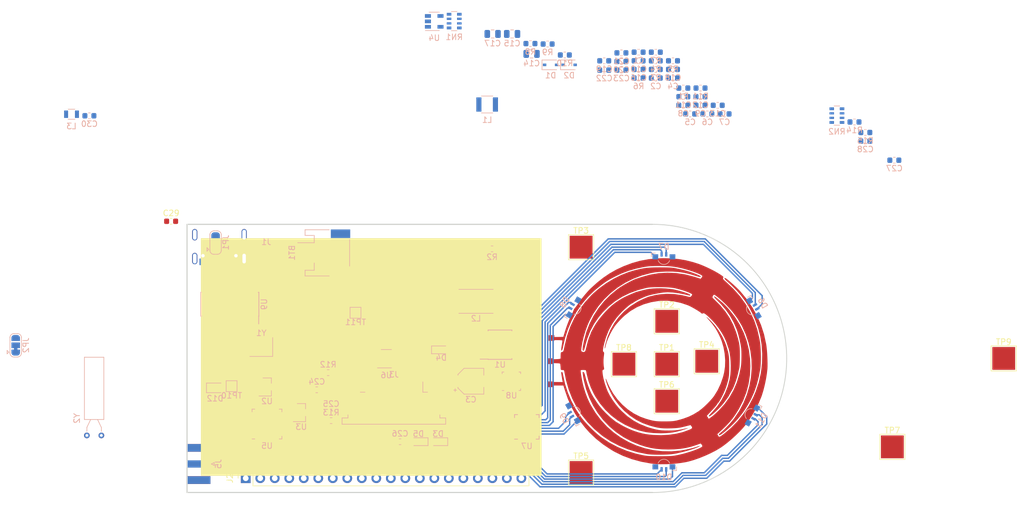
<source format=kicad_pcb>
(kicad_pcb (version 20171130) (host pcbnew "(5.0.0)")
  (layers (0 F.Cu signal) (31 B.Cu signal) (34 B.Paste user) (35 F.Paste user) (36 B.SilkS user hide) (37 F.SilkS user hide) (38 B.Mask user) (39 F.Mask user hide) (44 Edge.Cuts user))
  (net 0 "")
  (net 1 GND)
  (net 2 /V_BAT)
  (net 3 VBUS)
  (net 4 +3V3)
  (net 5 +3.3VA)
  (net 6 "Net-(C12-Pad1)")
  (net 7 "Net-(C13-Pad1)")
  (net 8 "Net-(C18-Pad1)")
  (net 9 "Net-(C21-Pad1)")
  (net 10 "/Display hardware/XV0")
  (net 11 "/Display hardware/V0")
  (net 12 "/Display hardware/VG")
  (net 13 /ANT)
  (net 14 "Net-(C30-Pad1)")
  (net 15 "Net-(D1-Pad2)")
  (net 16 "Net-(D2-Pad2)")
  (net 17 "Net-(D3-Pad1)")
  (net 18 "/control hardware/1R")
  (net 19 "/control hardware/1B")
  (net 20 "/control hardware/1G")
  (net 21 "/control hardware/2G")
  (net 22 "/control hardware/2B")
  (net 23 "/control hardware/2R")
  (net 24 "/control hardware/3G")
  (net 25 "/control hardware/3B")
  (net 26 "/control hardware/3R")
  (net 27 "/control hardware/4R")
  (net 28 "/control hardware/4B")
  (net 29 "/control hardware/4G")
  (net 30 "/control hardware/5G")
  (net 31 "/control hardware/5B")
  (net 32 "/control hardware/5R")
  (net 33 "/control hardware/6R")
  (net 34 "/control hardware/6B")
  (net 35 "/control hardware/6G")
  (net 36 "Net-(D12-Pad1)")
  (net 37 "Net-(J1-PadA7)")
  (net 38 "Net-(J1-PadA6)")
  (net 39 /CC1)
  (net 40 "Net-(J1-PadB8)")
  (net 41 "Net-(J1-PadA8)")
  (net 42 /CC2)
  (net 43 /ESP_RX)
  (net 44 /ESP_TX)
  (net 45 /ESPUSB-)
  (net 46 /ESPUSB+)
  (net 47 "Net-(J2-Pad7)")
  (net 48 /LCD_BL_EN)
  (net 49 /BLSEL)
  (net 50 /INPUTINT)
  (net 51 /SCK)
  (net 52 /MISO)
  (net 53 /MOSI)
  (net 54 /SCL)
  (net 55 /SDA)
  (net 56 /BVOLT)
  (net 57 "/Display hardware/RES")
  (net 58 "/control hardware/WHEEL1")
  (net 59 "/control hardware/WHEEL2")
  (net 60 "/control hardware/WHEEL3")
  (net 61 /CHUSB-)
  (net 62 /CHUSB+)
  (net 63 "Net-(R1-Pad1)")
  (net 64 "Net-(R2-Pad2)")
  (net 65 /CHRG_SD)
  (net 66 "Net-(R10-Pad1)")
  (net 67 /ESP_ENABLE)
  (net 68 "Net-(R14-Pad1)")
  (net 69 "Net-(R15-Pad2)")
  (net 70 "Net-(RN1-Pad3)")
  (net 71 "Net-(RN1-Pad2)")
  (net 72 /LED_SD)
  (net 73 "/control hardware/UL_PAD")
  (net 74 "/control hardware/L_PAD")
  (net 75 "/control hardware/DL_PAD")
  (net 76 "/control hardware/U_PAD")
  (net 77 "/control hardware/C_PAD")
  (net 78 "/control hardware/D_PAD")
  (net 79 "/control hardware/UR_PAD")
  (net 80 "/control hardware/R_PAD")
  (net 81 "/control hardware/DR_PAD")
  (net 82 /_STDBY)
  (net 83 /_CHRG)
  (net 84 /SPI_VCC)
  (net 85 /SPIHD)
  (net 86 /SPIWP)
  (net 87 /SPICS0)
  (net 88 /SPISCK)
  (net 89 /SPID)
  (net 90 /SPIQ)
  (net 91 "Net-(U6-Pad4)")
  (net 92 "Net-(U6-Pad6)")
  (net 93 "Net-(U6-Pad5)")
  (net 94 N/C)
  (net 95 /debugging/CHRESET)
  (net 96 /ESP_RESET)
  (module LED_SMD:LED_Kingbright_APFA3010_3x1.5mm_Horizontal (layer B.Cu) (at 211.75 115.200962 300)
    (fp_text reference D6 (at 0 -1.8 300) (layer B.SilkS) (effects (justify mirror)))
    (fp_text value LED_RABG)
    (pad 3 smd rect (at 0.4 -0.45 300) (size 0.4 0.8) (layers B.Cu B.Paste B.Mask) (net 19 "/control hardware/1B"))
    (pad 4 smd rect (at -0.4 -0.45 300) (size 0.4 0.8) (layers B.Cu B.Paste B.Mask) (net 20 "/control hardware/1G"))
    (pad 2 smd rect (at 1.5 0 300) (size 1 0.9) (layers B.Cu B.Paste B.Mask) (net 4 +3V3))
    (pad 1 smd rect (at -1.5 0 300) (size 1 0.9) (layers B.Cu B.Paste B.Mask) (net 18 "/control hardware/1R"))
  )
  (module LED_SMD:LED_Kingbright_APFA3010_3x1.5mm_Horizontal (layer B.Cu) (at 211.5 134 240)
    (fp_text reference D11 (at 0 -1.8 240) (layer B.SilkS) (effects (justify mirror)))
    (fp_text value LED_RABG)
    (pad 1 smd rect (at -1.5 0 240) (size 1 0.9) (layers B.Cu B.Paste B.Mask) (net 33 "/control hardware/6R"))
    (pad 2 smd rect (at 1.5 0 240) (size 1 0.9) (layers B.Cu B.Paste B.Mask) (net 4 +3V3))
    (pad 4 smd rect (at -0.4 -0.45 240) (size 0.4 0.8) (layers B.Cu B.Paste B.Mask) (net 35 "/control hardware/6G"))
    (pad 3 smd rect (at 0.4 -0.45 240) (size 0.4 0.8) (layers B.Cu B.Paste B.Mask) (net 34 "/control hardware/6B"))
  )
  (module LED_SMD:LED_Kingbright_APFA3010_3x1.5mm_Horizontal (layer B.Cu) (at 196 143 180)
    (fp_text reference D10 (at 0 -1.8 180) (layer B.SilkS) (effects (justify mirror)))
    (fp_text value LED_RABG)
    (pad 3 smd rect (at 0.4 -0.45 180) (size 0.4 0.8) (layers B.Cu B.Paste B.Mask) (net 31 "/control hardware/5B"))
    (pad 4 smd rect (at -0.4 -0.45 180) (size 0.4 0.8) (layers B.Cu B.Paste B.Mask) (net 30 "/control hardware/5G"))
    (pad 2 smd rect (at 1.5 0 180) (size 1 0.9) (layers B.Cu B.Paste B.Mask) (net 4 +3V3))
    (pad 1 smd rect (at -1.5 0 180) (size 1 0.9) (layers B.Cu B.Paste B.Mask) (net 32 "/control hardware/5R"))
  )
  (module LED_SMD:LED_Kingbright_APFA3010_3x1.5mm_Horizontal (layer B.Cu) (at 180.089711 133.62141 120)
    (fp_text reference D9 (at 0 -1.8 120) (layer B.SilkS) (effects (justify mirror)))
    (fp_text value LED_RABG)
    (pad 1 smd rect (at -1.5 0 120) (size 1 0.9) (layers B.Cu B.Paste B.Mask) (net 27 "/control hardware/4R"))
    (pad 2 smd rect (at 1.5 0 120) (size 1 0.9) (layers B.Cu B.Paste B.Mask) (net 4 +3V3))
    (pad 4 smd rect (at -0.4 -0.45 120) (size 0.4 0.8) (layers B.Cu B.Paste B.Mask) (net 29 "/control hardware/4G"))
    (pad 3 smd rect (at 0.4 -0.45 120) (size 0.4 0.8) (layers B.Cu B.Paste B.Mask) (net 28 "/control hardware/4B"))
  )
  (module LED_SMD:LED_Kingbright_APFA3010_3x1.5mm_Horizontal (layer B.Cu) (at 180.189711 115.07141 60)
    (fp_text reference D8 (at 0 -1.8 60) (layer B.SilkS) (effects (justify mirror)))
    (fp_text value LED_RABG)
    (pad 3 smd rect (at 0.4 -0.45 60) (size 0.4 0.8) (layers B.Cu B.Paste B.Mask) (net 25 "/control hardware/3B"))
    (pad 4 smd rect (at -0.4 -0.45 60) (size 0.4 0.8) (layers B.Cu B.Paste B.Mask) (net 24 "/control hardware/3G"))
    (pad 2 smd rect (at 1.5 0 60) (size 1 0.9) (layers B.Cu B.Paste B.Mask) (net 4 +3V3))
    (pad 1 smd rect (at -1.5 0 60) (size 1 0.9) (layers B.Cu B.Paste B.Mask) (net 26 "/control hardware/3R"))
  )
  (module LED_SMD:LED_Kingbright_APFA3010_3x1.5mm_Horizontal (layer B.Cu) (at 196 106.200962)
    (fp_text reference D7 (at 0 -1.8) (layer B.SilkS) (effects (justify mirror)))
    (fp_text value LED_RABG)
    (pad 1 smd rect (at -1.5 0) (size 1 0.9) (layers B.Cu B.Paste B.Mask) (net 23 "/control hardware/2R"))
    (pad 2 smd rect (at 1.5 0) (size 1 0.9) (layers B.Cu B.Paste B.Mask) (net 4 +3V3))
    (pad 4 smd rect (at -0.4 -0.45) (size 0.4 0.8) (layers B.Cu B.Paste B.Mask) (net 21 "/control hardware/2G"))
    (pad 3 smd rect (at 0.4 -0.45) (size 0.4 0.8) (layers B.Cu B.Paste B.Mask) (net 22 "/control hardware/2B"))
  )
  (module Housings_DFN_QFN:QFN-24_4x4mm_Pitch0.5mm (layer B.Cu) (at 172 136)
    (fp_text reference U7 (at 0 3.375) (layer B.SilkS) (effects (justify mirror)))
    (fp_text value SN3218)
    (pad 24 smd rect (at -1.25 1.95 270) (size 0.85 0.3) (layers B.Cu B.Paste B.Mask) (net 72 /LED_SD))
    (pad 23 smd rect (at -0.75 1.95 270) (size 0.85 0.3) (layers B.Cu B.Paste B.Mask) (net 35 "/control hardware/6G"))
    (pad 22 smd rect (at -0.25 1.95 270) (size 0.85 0.3) (layers B.Cu B.Paste B.Mask) (net 34 "/control hardware/6B"))
    (pad 21 smd rect (at 0.25 1.95 270) (size 0.85 0.3) (layers B.Cu B.Paste B.Mask) (net 32 "/control hardware/5R"))
    (pad 20 smd rect (at 0.75 1.95 270) (size 0.85 0.3) (layers B.Cu B.Paste B.Mask) (net 30 "/control hardware/5G"))
    (pad 19 smd rect (at 1.25 1.95 270) (size 0.85 0.3) (layers B.Cu B.Paste B.Mask) (net 31 "/control hardware/5B"))
    (pad 18 smd rect (at 1.95 1.25) (size 0.85 0.3) (layers B.Cu B.Paste B.Mask) (net 27 "/control hardware/4R"))
    (pad 17 smd rect (at 1.95 0.75) (size 0.85 0.3) (layers B.Cu B.Paste B.Mask) (net 29 "/control hardware/4G"))
    (pad 16 smd rect (at 1.95 0.25) (size 0.85 0.3) (layers B.Cu B.Paste B.Mask) (net 28 "/control hardware/4B"))
    (pad 15 smd rect (at 1.95 -0.25) (size 0.85 0.3) (layers B.Cu B.Paste B.Mask) (net 26 "/control hardware/3R"))
    (pad 14 smd rect (at 1.95 -0.75) (size 0.85 0.3) (layers B.Cu B.Paste B.Mask) (net 24 "/control hardware/3G"))
    (pad 13 smd rect (at 1.95 -1.25) (size 0.85 0.3) (layers B.Cu B.Paste B.Mask) (net 25 "/control hardware/3B"))
    (pad 12 smd rect (at 1.25 -1.95 270) (size 0.85 0.3) (layers B.Cu B.Paste B.Mask) (net 23 "/control hardware/2R"))
    (pad 11 smd rect (at 0.75 -1.95 270) (size 0.85 0.3) (layers B.Cu B.Paste B.Mask) (net 21 "/control hardware/2G"))
    (pad 10 smd rect (at 0.25 -1.95 270) (size 0.85 0.3) (layers B.Cu B.Paste B.Mask) (net 22 "/control hardware/2B"))
    (pad 9 smd rect (at -0.25 -1.95 270) (size 0.85 0.3) (layers B.Cu B.Paste B.Mask) (net 18 "/control hardware/1R"))
    (pad 8 smd rect (at -0.75 -1.95 270) (size 0.85 0.3) (layers B.Cu B.Paste B.Mask) (net 20 "/control hardware/1G"))
    (pad 7 smd rect (at -1.25 -1.95 270) (size 0.85 0.3) (layers B.Cu B.Paste B.Mask) (net 19 "/control hardware/1B"))
    (pad 6 smd rect (at -1.95 -1.25) (size 0.85 0.3) (layers B.Cu B.Paste B.Mask) (net 55 /SDA))
    (pad 5 smd rect (at -1.95 -0.75) (size 0.85 0.3) (layers B.Cu B.Paste B.Mask) (net 55 /SDA))
    (pad 4 smd rect (at -1.95 -0.25) (size 0.85 0.3) (layers B.Cu B.Paste B.Mask))
    (pad 3 smd rect (at -1.95 0.25) (size 0.85 0.3) (layers B.Cu B.Paste B.Mask) (net 4 +3V3))
    (pad 2 smd rect (at -1.95 0.75) (size 0.85 0.3) (layers B.Cu B.Paste B.Mask) (net 68 "Net-(R14-Pad1)"))
    (pad 1 smd rect (at -1.95 1.25) (size 0.85 0.3) (layers B.Cu B.Paste B.Mask) (net 33 "/control hardware/6R"))
  )
  (module Housings_DFN_QFN:ST_UFQFPN-20_3x3mm_Pitch0.5mm (layer B.Cu) (at 169.3 128)
    (fp_text reference U8 (at 0 2.5) (layer B.SilkS) (effects (justify mirror)))
    (fp_text value AT42QT2120)
    (pad 11 smd rect (at 1.3 -1 315) (size 0.212 0.212) (layers B.Cu B.Paste B.Mask) (net 55 /SDA))
    (pad 5 smd rect (at -1.3 -1 315) (size 0.212 0.212) (layers B.Cu B.Paste B.Mask) (net 60 "/control hardware/WHEEL3"))
    (pad 15 smd rect (at 1.3 1 315) (size 0.212 0.212) (layers B.Cu B.Paste B.Mask) (net 50 /INPUTINT))
    (pad 1 smd rect (at -1.3 1 315) (size 0.212 0.212) (layers B.Cu B.Paste B.Mask) (net 74 "/control hardware/L_PAD"))
    (pad 10 smd rect (at 1 -1.3 315) (size 0.212 0.212) (layers B.Cu B.Paste B.Mask) (net 1 GND))
    (pad 6 smd rect (at -1 -1.3 315) (size 0.212 0.212) (layers B.Cu B.Paste B.Mask) (net 59 "/control hardware/WHEEL2"))
    (pad 16 smd rect (at 1 1.3 315) (size 0.212 0.212) (layers B.Cu B.Paste B.Mask) (net 81 "/control hardware/DR_PAD"))
    (pad 20 smd rect (at -1 1.3 315) (size 0.212 0.212) (layers B.Cu B.Paste B.Mask) (net 77 "/control hardware/C_PAD"))
    (pad 20 smd rect (at -0.925 1.225) (size 0.15 0.15) (layers B.Cu B.Paste B.Mask) (net 77 "/control hardware/C_PAD"))
    (pad 16 smd rect (at 0.925 1.225) (size 0.15 0.15) (layers B.Cu B.Paste B.Mask) (net 81 "/control hardware/DR_PAD"))
    (pad 15 smd rect (at 1.225 0.925) (size 0.15 0.15) (layers B.Cu B.Paste B.Mask) (net 50 /INPUTINT))
    (pad 11 smd rect (at 1.225 -0.925) (size 0.15 0.15) (layers B.Cu B.Paste B.Mask) (net 55 /SDA))
    (pad 10 smd rect (at 0.925 -1.225) (size 0.15 0.15) (layers B.Cu B.Paste B.Mask) (net 1 GND))
    (pad 6 smd rect (at -0.925 -1.225) (size 0.15 0.15) (layers B.Cu B.Paste B.Mask) (net 59 "/control hardware/WHEEL2"))
    (pad 5 smd rect (at -1.225 -0.925) (size 0.15 0.15) (layers B.Cu B.Paste B.Mask) (net 60 "/control hardware/WHEEL3"))
    (pad 1 smd rect (at -1.225 0.925) (size 0.15 0.15) (layers B.Cu B.Paste B.Mask) (net 74 "/control hardware/L_PAD"))
    (pad 20 smd rect (at -1 1.475) (size 0.3 0.35) (layers B.Cu B.Paste B.Mask) (net 77 "/control hardware/C_PAD"))
    (pad 19 smd rect (at -0.5 1.3) (size 0.3 0.7) (layers B.Cu B.Paste B.Mask) (net 80 "/control hardware/R_PAD"))
    (pad 18 smd rect (at 0 1.3) (size 0.3 0.7) (layers B.Cu B.Paste B.Mask) (net 75 "/control hardware/DL_PAD"))
    (pad 17 smd rect (at 0.5 1.3) (size 0.3 0.7) (layers B.Cu B.Paste B.Mask) (net 78 "/control hardware/D_PAD"))
    (pad 16 smd rect (at 1 1.475) (size 0.3 0.35) (layers B.Cu B.Paste B.Mask) (net 81 "/control hardware/DR_PAD"))
    (pad 15 smd rect (at 1.475 1) (size 0.35 0.3) (layers B.Cu B.Paste B.Mask) (net 50 /INPUTINT))
    (pad 14 smd rect (at 1.3 0.5) (size 0.7 0.3) (layers B.Cu B.Paste B.Mask) (net 54 /SCL))
    (pad 13 smd rect (at 1.3 0) (size 0.7 0.3) (layers B.Cu B.Paste B.Mask) (net 94 N/C))
    (pad 12 smd rect (at 1.3 -0.5) (size 0.7 0.3) (layers B.Cu B.Paste B.Mask) (net 69 "Net-(R15-Pad2)"))
    (pad 11 smd rect (at 1.475 -1) (size 0.35 0.3) (layers B.Cu B.Paste B.Mask) (net 55 /SDA))
    (pad 10 smd rect (at 1 -1.475) (size 0.3 0.35) (layers B.Cu B.Paste B.Mask) (net 1 GND))
    (pad 9 smd rect (at 0.5 -1.3) (size 0.3 0.7) (layers B.Cu B.Paste B.Mask) (net 4 +3V3))
    (pad 8 smd rect (at 0 -1.3) (size 0.3 0.7) (layers B.Cu B.Paste B.Mask) (net 1 GND))
    (pad 7 smd rect (at -0.5 -1.3) (size 0.3 0.7) (layers B.Cu B.Paste B.Mask) (net 58 "/control hardware/WHEEL1"))
    (pad 6 smd rect (at -1 -1.475) (size 0.3 0.35) (layers B.Cu B.Paste B.Mask) (net 59 "/control hardware/WHEEL2"))
    (pad 5 smd rect (at -1.475 -1) (size 0.35 0.3) (layers B.Cu B.Paste B.Mask) (net 60 "/control hardware/WHEEL3"))
    (pad 4 smd rect (at -1.3 -0.5) (size 0.7 0.3) (layers B.Cu B.Paste B.Mask) (net 73 "/control hardware/UL_PAD"))
    (pad 3 smd rect (at -1.3 0) (size 0.7 0.3) (layers B.Cu B.Paste B.Mask) (net 76 "/control hardware/U_PAD"))
    (pad 2 smd rect (at -1.3 0.5) (size 0.7 0.3) (layers B.Cu B.Paste B.Mask) (net 79 "/control hardware/UR_PAD"))
    (pad 1 smd rect (at -1.475 1) (size 0.35 0.3) (layers B.Cu B.Paste B.Mask) (net 74 "/control hardware/L_PAD"))
  )
  (module Connectors_JST:JST_PH_S2B-PH-SM4-TB_02x2.00mm_Angled (layer B.Cu) (at 136.5 105.5 270)
    (fp_text reference BT1 (at 0 5.625 270) (layer B.SilkS) (effects (justify mirror)))
    (fp_text value Battery_Cell)
    (pad "" smd rect (at 3.35 -2.875 270) (size 1.5 3.4) (layers B.Cu B.Paste B.Mask))
    (pad "" smd rect (at -3.35 -2.875 270) (size 1.5 3.4) (layers B.Cu B.Paste B.Mask))
    (pad 2 smd rect (at 1 2.875 270) (size 1 3.5) (layers B.Cu B.Paste B.Mask) (net 1 GND))
    (pad 1 smd rect (at -1 2.875 270) (size 1 3.5) (layers B.Cu B.Paste B.Mask) (net 2 /V_BAT))
  )
  (module Capacitor_SMD:C_0603_1608Metric (layer B.Cu) (at 191.569467 70.329779)
    (fp_text reference C1 (at 0 1.43) (layer B.SilkS) (effects (justify mirror)))
    (fp_text value C_Small)
    (pad 2 smd roundrect (at 0.7875 0) (size 0.875 0.95) (layers B.Cu B.Paste B.Mask) (net 1 GND))
    (pad 1 smd roundrect (at -0.7875 0) (size 0.875 0.95) (layers B.Cu B.Paste B.Mask) (net 3 VBUS))
  )
  (module Capacitor_SMD:C_0603_1608Metric (layer B.Cu) (at 194.579467 74.859779)
    (fp_text reference C2 (at 0 1.43) (layer B.SilkS) (effects (justify mirror)))
    (fp_text value C_Small)
    (pad 1 smd roundrect (at -0.7875 0) (size 0.875 0.95) (layers B.Cu B.Paste B.Mask) (net 2 /V_BAT))
    (pad 2 smd roundrect (at 0.7875 0) (size 0.875 0.95) (layers B.Cu B.Paste B.Mask) (net 1 GND))
  )
  (module Capacitor_SMD:CP_Elec_4x4.5 (layer B.Cu) (at 162.2 128)
    (fp_text reference C3 (at 0 3.2) (layer B.SilkS) (effects (justify mirror)))
    (fp_text value CP)
    (pad 1 smd roundrect (at -1.8 0) (size 2.6 1.6) (layers B.Cu B.Paste B.Mask) (roundrect_rratio 0.15625) (net 4 +3V3))
    (pad 2 smd roundrect (at 1.8 0) (size 2.6 1.6) (layers B.Cu B.Paste B.Mask) (roundrect_rratio 0.15625) (net 1 GND))
  )
  (module Capacitor_SMD:C_0603_1608Metric (layer B.Cu) (at 197.589467 74.859779)
    (fp_text reference C4 (at 0 1.43) (layer B.SilkS) (effects (justify mirror)))
    (fp_text value C_Small)
    (pad 2 smd roundrect (at 0.7875 0) (size 0.875 0.95) (layers B.Cu B.Paste B.Mask) (net 1 GND))
    (pad 1 smd roundrect (at -0.7875 0) (size 0.875 0.95) (layers B.Cu B.Paste B.Mask) (net 4 +3V3))
  )
  (module Capacitor_SMD:C_0603_1608Metric (layer B.Cu) (at 200.599467 81.149779)
    (fp_text reference C5 (at 0 1.43) (layer B.SilkS) (effects (justify mirror)))
    (fp_text value C_Small)
    (pad 1 smd roundrect (at -0.7875 0) (size 0.875 0.95) (layers B.Cu B.Paste B.Mask) (net 4 +3V3))
    (pad 2 smd roundrect (at 0.7875 0) (size 0.875 0.95) (layers B.Cu B.Paste B.Mask) (net 1 GND))
  )
  (module Capacitor_SMD:C_0603_1608Metric (layer B.Cu) (at 203.609467 81.149779)
    (fp_text reference C6 (at 0 1.43) (layer B.SilkS) (effects (justify mirror)))
    (fp_text value C_Small)
    (pad 1 smd roundrect (at -0.7875 0) (size 0.875 0.95) (layers B.Cu B.Paste B.Mask) (net 2 /V_BAT))
    (pad 2 smd roundrect (at 0.7875 0) (size 0.875 0.95) (layers B.Cu B.Paste B.Mask) (net 1 GND))
  )
  (module Capacitor_SMD:C_0603_1608Metric (layer B.Cu) (at 206.619467 81.149779)
    (fp_text reference C7 (at 0 1.43) (layer B.SilkS) (effects (justify mirror)))
    (fp_text value C_Small)
    (pad 2 smd roundrect (at 0.7875 0) (size 0.875 0.95) (layers B.Cu B.Paste B.Mask) (net 1 GND))
    (pad 1 smd roundrect (at -0.7875 0) (size 0.875 0.95) (layers B.Cu B.Paste B.Mask) (net 4 +3V3))
  )
  (module Capacitor_SMD:C_0603_1608Metric (layer B.Cu) (at 199.399467 79.639779)
    (fp_text reference C8 (at 0 1.43) (layer B.SilkS) (effects (justify mirror)))
    (fp_text value 1uF)
    (pad 2 smd roundrect (at 0.7875 0) (size 0.875 0.95) (layers B.Cu B.Paste B.Mask) (net 1 GND))
    (pad 1 smd roundrect (at -0.7875 0) (size 0.875 0.95) (layers B.Cu B.Paste B.Mask) (net 4 +3V3))
  )
  (module Capacitor_SMD:C_0603_1608Metric (layer B.Cu) (at 202.409467 79.639779)
    (fp_text reference C9 (at 0 1.43) (layer B.SilkS) (effects (justify mirror)))
    (fp_text value C_Small)
    (pad 2 smd roundrect (at 0.7875 0) (size 0.875 0.95) (layers B.Cu B.Paste B.Mask) (net 1 GND))
    (pad 1 smd roundrect (at -0.7875 0) (size 0.875 0.95) (layers B.Cu B.Paste B.Mask) (net 4 +3V3))
  )
  (module Capacitor_SMD:C_0603_1608Metric (layer B.Cu) (at 191.569467 71.839779)
    (fp_text reference C10 (at 0 1.43) (layer B.SilkS) (effects (justify mirror)))
    (fp_text value 1uF)
    (pad 1 smd roundrect (at -0.7875 0) (size 0.875 0.95) (layers B.Cu B.Paste B.Mask) (net 5 +3.3VA))
    (pad 2 smd roundrect (at 0.7875 0) (size 0.875 0.95) (layers B.Cu B.Paste B.Mask) (net 1 GND))
  )
  (module Capacitor_SMD:C_0603_1608Metric (layer B.Cu) (at 199.399467 78.129779)
    (fp_text reference C11 (at 0 1.43) (layer B.SilkS) (effects (justify mirror)))
    (fp_text value C_Small)
    (pad 2 smd roundrect (at 0.7875 0) (size 0.875 0.95) (layers B.Cu B.Paste B.Mask) (net 1 GND))
    (pad 1 smd roundrect (at -0.7875 0) (size 0.875 0.95) (layers B.Cu B.Paste B.Mask) (net 4 +3V3))
  )
  (module Capacitor_SMD:C_0603_1608Metric (layer B.Cu) (at 202.409467 78.129779)
    (fp_text reference C12 (at 0 1.43) (layer B.SilkS) (effects (justify mirror)))
    (fp_text value C_Small)
    (pad 1 smd roundrect (at -0.7875 0) (size 0.875 0.95) (layers B.Cu B.Paste B.Mask) (net 6 "Net-(C12-Pad1)"))
    (pad 2 smd roundrect (at 0.7875 0) (size 0.875 0.95) (layers B.Cu B.Paste B.Mask) (net 1 GND))
  )
  (module Capacitor_SMD:C_0603_1608Metric (layer B.Cu) (at 205.419467 79.639779)
    (fp_text reference C13 (at 0 1.43) (layer B.SilkS) (effects (justify mirror)))
    (fp_text value C_Small)
    (pad 2 smd roundrect (at 0.7875 0) (size 0.875 0.95) (layers B.Cu B.Paste B.Mask) (net 1 GND))
    (pad 1 smd roundrect (at -0.7875 0) (size 0.875 0.95) (layers B.Cu B.Paste B.Mask) (net 7 "Net-(C13-Pad1)"))
  )
  (module Capacitor_SMD:C_0805_2012Metric (layer B.Cu) (at 172.829467 70.629779)
    (fp_text reference C14 (at 0 1.65) (layer B.SilkS) (effects (justify mirror)))
    (fp_text value 22uF)
    (pad 1 smd roundrect (at -0.9375 0) (size 0.975 1.4) (layers B.Cu B.Paste B.Mask) (net 5 +3.3VA))
    (pad 2 smd roundrect (at 0.9375 0) (size 0.975 1.4) (layers B.Cu B.Paste B.Mask) (net 1 GND))
  )
  (module Capacitor_SMD:C_0805_2012Metric (layer B.Cu) (at 169.419467 67.129779)
    (fp_text reference C15 (at 0 1.65) (layer B.SilkS) (effects (justify mirror)))
    (fp_text value 22uF)
    (pad 1 smd roundrect (at -0.9375 0) (size 0.975 1.4) (layers B.Cu B.Paste B.Mask) (net 4 +3V3))
    (pad 2 smd roundrect (at 0.9375 0) (size 0.975 1.4) (layers B.Cu B.Paste B.Mask) (net 1 GND))
  )
  (module Capacitor_SMD:C_0603_1608Metric (layer B.Cu) (at 191.569467 73.349779)
    (fp_text reference C16 (at 0 1.43) (layer B.SilkS) (effects (justify mirror)))
    (fp_text value C_Small)
    (pad 1 smd roundrect (at -0.7875 0) (size 0.875 0.95) (layers B.Cu B.Paste B.Mask) (net 5 +3.3VA))
    (pad 2 smd roundrect (at 0.7875 0) (size 0.875 0.95) (layers B.Cu B.Paste B.Mask) (net 1 GND))
  )
  (module Capacitor_SMD:C_0805_2012Metric (layer B.Cu) (at 166.009467 67.129779)
    (fp_text reference C17 (at 0 1.65) (layer B.SilkS) (effects (justify mirror)))
    (fp_text value 10uF)
    (pad 2 smd roundrect (at 0.9375 0) (size 0.975 1.4) (layers B.Cu B.Paste B.Mask) (net 1 GND))
    (pad 1 smd roundrect (at -0.9375 0) (size 0.975 1.4) (layers B.Cu B.Paste B.Mask) (net 4 +3V3))
  )
  (module Capacitor_SMD:C_0603_1608Metric (layer B.Cu) (at 197.589467 73.349779)
    (fp_text reference C18 (at 0 1.43) (layer B.SilkS) (effects (justify mirror)))
    (fp_text value C_Small)
    (pad 1 smd roundrect (at -0.7875 0) (size 0.875 0.95) (layers B.Cu B.Paste B.Mask) (net 8 "Net-(C18-Pad1)"))
    (pad 2 smd roundrect (at 0.7875 0) (size 0.875 0.95) (layers B.Cu B.Paste B.Mask) (net 1 GND))
  )
  (module Capacitor_SMD:C_0603_1608Metric (layer B.Cu) (at 185.549467 71.839779)
    (fp_text reference C19 (at 0 1.43) (layer B.SilkS) (effects (justify mirror)))
    (fp_text value C_Small)
    (pad 2 smd roundrect (at 0.7875 0) (size 0.875 0.95) (layers B.Cu B.Paste B.Mask) (net 1 GND))
    (pad 1 smd roundrect (at -0.7875 0) (size 0.875 0.95) (layers B.Cu B.Paste B.Mask) (net 5 +3.3VA))
  )
  (module Capacitor_SMD:C_0603_1608Metric (layer B.Cu) (at 188.559467 71.959779)
    (fp_text reference C20 (at 0 1.43) (layer B.SilkS) (effects (justify mirror)))
    (fp_text value C_Small)
    (pad 1 smd roundrect (at -0.7875 0) (size 0.875 0.95) (layers B.Cu B.Paste B.Mask) (net 4 +3V3))
    (pad 2 smd roundrect (at 0.7875 0) (size 0.875 0.95) (layers B.Cu B.Paste B.Mask) (net 1 GND))
  )
  (module Capacitor_SMD:C_0603_1608Metric (layer B.Cu) (at 188.559467 70.449779)
    (fp_text reference C21 (at 0 1.43) (layer B.SilkS) (effects (justify mirror)))
    (fp_text value C_Small)
    (pad 2 smd roundrect (at 0.7875 0) (size 0.875 0.95) (layers B.Cu B.Paste B.Mask) (net 1 GND))
    (pad 1 smd roundrect (at -0.7875 0) (size 0.875 0.95) (layers B.Cu B.Paste B.Mask) (net 9 "Net-(C21-Pad1)"))
  )
  (module Capacitor_SMD:C_0603_1608Metric (layer B.Cu) (at 185.549467 73.469779)
    (fp_text reference C22 (at 0 1.43) (layer B.SilkS) (effects (justify mirror)))
    (fp_text value C_Small)
    (pad 1 smd roundrect (at -0.7875 0) (size 0.875 0.95) (layers B.Cu B.Paste B.Mask) (net 5 +3.3VA))
    (pad 2 smd roundrect (at 0.7875 0) (size 0.875 0.95) (layers B.Cu B.Paste B.Mask) (net 1 GND))
  )
  (module Capacitor_SMD:C_0603_1608Metric (layer B.Cu) (at 188.559467 73.469779)
    (fp_text reference C23 (at 0 1.43) (layer B.SilkS) (effects (justify mirror)))
    (fp_text value C_Small)
    (pad 2 smd roundrect (at 0.7875 0) (size 0.875 0.95) (layers B.Cu B.Paste B.Mask) (net 1 GND))
    (pad 1 smd roundrect (at -0.7875 0) (size 0.875 0.95) (layers B.Cu B.Paste B.Mask) (net 4 +3V3))
  )
  (module Capacitor_SMD:C_0603_1608Metric (layer B.Cu) (at 135.2125 129.5 180)
    (fp_text reference C24 (at 0 1.43 180) (layer B.SilkS) (effects (justify mirror)))
    (fp_text value C_Small)
    (pad 1 smd roundrect (at -0.7875 0 180) (size 0.875 0.95) (layers B.Cu B.Paste B.Mask) (net 4 +3V3))
    (pad 2 smd roundrect (at 0.7875 0 180) (size 0.875 0.95) (layers B.Cu B.Paste B.Mask) (net 1 GND))
  )
  (module Capacitor_SMD:C_0603_1608Metric (layer B.Cu) (at 137.732619 133.397364 180)
    (fp_text reference C25 (at 0 1.43 180) (layer B.SilkS) (effects (justify mirror)))
    (fp_text value C_Small)
    (pad 2 smd roundrect (at 0.7875 0 180) (size 0.875 0.95) (layers B.Cu B.Paste B.Mask) (net 10 "/Display hardware/XV0"))
    (pad 1 smd roundrect (at -0.7875 0 180) (size 0.875 0.95) (layers B.Cu B.Paste B.Mask) (net 11 "/Display hardware/V0"))
  )
  (module Capacitor_SMD:C_0603_1608Metric (layer B.Cu) (at 149.802619 138.607364 180)
    (fp_text reference C26 (at 0 1.43 180) (layer B.SilkS) (effects (justify mirror)))
    (fp_text value C_Small)
    (pad 1 smd roundrect (at -0.7875 0 180) (size 0.875 0.95) (layers B.Cu B.Paste B.Mask) (net 12 "/Display hardware/VG"))
    (pad 2 smd roundrect (at 0.7875 0 180) (size 0.875 0.95) (layers B.Cu B.Paste B.Mask) (net 1 GND))
  )
  (module Capacitor_SMD:C_0603_1608Metric (layer B.Cu) (at 236.348277 89.26142)
    (fp_text reference C27 (at 0 1.43) (layer B.SilkS) (effects (justify mirror)))
    (fp_text value C_Small)
    (pad 2 smd roundrect (at 0.7875 0) (size 0.875 0.95) (layers B.Cu B.Paste B.Mask) (net 1 GND))
    (pad 1 smd roundrect (at -0.7875 0) (size 0.875 0.95) (layers B.Cu B.Paste B.Mask) (net 4 +3V3))
  )
  (module Capacitor_SMD:C_0603_1608Metric (layer B.Cu) (at 231.268277 85.91142)
    (fp_text reference C28 (at 0 1.43) (layer B.SilkS) (effects (justify mirror)))
    (fp_text value C_Small)
    (pad 1 smd roundrect (at -0.7875 0) (size 0.875 0.95) (layers B.Cu B.Paste B.Mask) (net 4 +3V3))
    (pad 2 smd roundrect (at 0.7875 0) (size 0.875 0.95) (layers B.Cu B.Paste B.Mask) (net 1 GND))
  )
  (module Capacitor_SMD:C_0603_1608Metric (layer F.Cu) (at 109.715001 99.965001)
    (fp_text reference C29 (at 0 -1.43) (layer F.SilkS))
    (fp_text value C_Small)
    (pad 2 smd roundrect (at 0.7875 0) (size 0.875 0.95) (layers F.Cu F.Paste F.Mask) (net 1 GND))
    (pad 1 smd roundrect (at -0.7875 0) (size 0.875 0.95) (layers F.Cu F.Paste F.Mask) (net 13 /ANT))
  )
  (module Capacitor_SMD:C_0603_1608Metric (layer B.Cu) (at 95.404366 81.47186)
    (fp_text reference C30 (at 0 1.43) (layer B.SilkS) (effects (justify mirror)))
    (fp_text value C_Small)
    (pad 1 smd roundrect (at -0.7875 0) (size 0.875 0.95) (layers B.Cu B.Paste B.Mask) (net 14 "Net-(C30-Pad1)"))
    (pad 2 smd roundrect (at 0.7875 0) (size 0.875 0.95) (layers B.Cu B.Paste B.Mask) (net 1 GND))
  )
  (module Diode_SMD:D_SOD-323 (layer B.Cu) (at 176.159467 72.549779)
    (fp_text reference D1 (at 0 1.85) (layer B.SilkS) (effects (justify mirror)))
    (fp_text value D_Schottky)
    (pad 1 smd rect (at -1.05 0) (size 0.6 0.45) (layers B.Cu B.Paste B.Mask) (net 4 +3V3))
    (pad 2 smd rect (at 1.05 0) (size 0.6 0.45) (layers B.Cu B.Paste B.Mask) (net 15 "Net-(D1-Pad2)"))
  )
  (module Diode_SMD:D_SOD-323 (layer B.Cu) (at 179.409467 72.549779)
    (fp_text reference D2 (at 0 1.85) (layer B.SilkS) (effects (justify mirror)))
    (fp_text value D_Schottky)
    (pad 1 smd rect (at -1.05 0) (size 0.6 0.45) (layers B.Cu B.Paste B.Mask) (net 4 +3V3))
    (pad 2 smd rect (at 1.05 0) (size 0.6 0.45) (layers B.Cu B.Paste B.Mask) (net 16 "Net-(D2-Pad2)"))
  )
  (module LED_SMD:LED_0603_1608Metric_Castellated (layer B.Cu) (at 156.462619 138.597364 180)
    (fp_text reference D3 (at 0 1.38 180) (layer B.SilkS) (effects (justify mirror)))
    (fp_text value LED)
    (pad 1 smd roundrect (at -0.8125 0 180) (size 1.225 0.85) (layers B.Cu B.Paste B.Mask) (net 17 "Net-(D3-Pad1)"))
    (pad 2 smd roundrect (at 0.8125 0 180) (size 1.225 0.85) (layers B.Cu B.Paste B.Mask) (net 4 +3V3))
  )
  (module LED_SMD:LED_0603_1608Metric_Castellated (layer B.Cu) (at 157 122.5)
    (fp_text reference D4 (at 0 1.38) (layer B.SilkS) (effects (justify mirror)))
    (fp_text value LED)
    (pad 2 smd roundrect (at 0.8125 0) (size 1.225 0.85) (layers B.Cu B.Paste B.Mask) (net 4 +3V3))
    (pad 1 smd roundrect (at -0.8125 0) (size 1.225 0.85) (layers B.Cu B.Paste B.Mask) (net 17 "Net-(D3-Pad1)"))
  )
  (module LED_SMD:LED_0603_1608Metric_Castellated (layer B.Cu) (at 153.012619 138.597364 180)
    (fp_text reference D5 (at 0 1.38 180) (layer B.SilkS) (effects (justify mirror)))
    (fp_text value LED)
    (pad 1 smd roundrect (at -0.8125 0 180) (size 1.225 0.85) (layers B.Cu B.Paste B.Mask) (net 17 "Net-(D3-Pad1)"))
    (pad 2 smd roundrect (at 0.8125 0 180) (size 1.225 0.85) (layers B.Cu B.Paste B.Mask) (net 4 +3V3))
  )
  (module Diode_SMD:D_SOD-323 (layer B.Cu) (at 117.405001 129.165419)
    (fp_text reference D12 (at 0 1.85) (layer B.SilkS) (effects (justify mirror)))
    (fp_text value D_Schottky)
    (pad 2 smd rect (at 1.05 0) (size 0.6 0.45) (layers B.Cu B.Paste B.Mask) (net 4 +3V3))
    (pad 1 smd rect (at -1.05 0) (size 0.6 0.45) (layers B.Cu B.Paste B.Mask) (net 36 "Net-(D12-Pad1)"))
  )
  (module footprint:VACON_CSP_USC16_TR (layer B.Cu) (at 118.175 106.5)
    (fp_text reference J1 (at 8.2 -2.9) (layer B.SilkS) (effects (justify mirror)))
    (fp_text value USB_C_Receptacle_USB2.0)
    (pad 1 thru_hole oval (at 4.325 0) (size 0.9 2) (drill oval 0.6 1.7) (layers *.Cu *.Mask))
    (pad 1 thru_hole oval (at -4.325 0) (size 0.9 2) (drill oval 0.6 1.7) (layers *.Cu *.Mask))
    (pad 1 thru_hole oval (at -4.325 -4.18) (size 0.9 2) (drill oval 0.6 1.7) (layers *.Cu *.Mask))
    (pad 1 thru_hole oval (at 4.325 -4.18) (size 0.9 2) (drill oval 0.6 1.7) (layers *.Cu *.Mask))
    (pad "" np_thru_hole circle (at 2.89 -0.5) (size 0.6 0.6) (drill 0.6) (layers *.Cu *.Mask))
    (pad A7 smd rect (at 0.25 0.57) (size 0.3 1.14) (layers B.Cu B.Paste B.Mask) (net 37 "Net-(J1-PadA7)"))
    (pad A6 smd rect (at -0.25 0.57) (size 0.3 1.14) (layers B.Cu B.Paste B.Mask) (net 38 "Net-(J1-PadA6)"))
    (pad B7 smd rect (at -0.75 0.57) (size 0.3 1.14) (layers B.Cu B.Paste B.Mask) (net 37 "Net-(J1-PadA7)"))
    (pad B6 smd rect (at 0.75 0.57) (size 0.3 1.14) (layers B.Cu B.Paste B.Mask) (net 38 "Net-(J1-PadA6)"))
    (pad A5 smd rect (at -1.25 0.57) (size 0.3 1.14) (layers B.Cu B.Paste B.Mask) (net 39 /CC1))
    (pad B8 smd rect (at -1.75 0.57) (size 0.3 1.14) (layers B.Cu B.Paste B.Mask) (net 40 "Net-(J1-PadB8)"))
    (pad A8 smd rect (at 1.25 0.57) (size 0.3 1.14) (layers B.Cu B.Paste B.Mask) (net 41 "Net-(J1-PadA8)"))
    (pad B5 smd rect (at 1.75 0.57) (size 0.3 1.14) (layers B.Cu B.Paste B.Mask) (net 42 /CC2))
    (pad "" np_thru_hole circle (at -2.89 -0.5) (size 0.6 0.6) (drill 0.6) (layers *.Cu *.Mask))
    (pad B9 smd rect (at -2.5 0.57) (size 0.3 1.14) (layers B.Cu B.Paste B.Mask) (net 3 VBUS))
    (pad A4 smd rect (at -2.25 0.57) (size 0.3 1.14) (layers B.Cu B.Paste B.Mask) (net 3 VBUS))
    (pad B12 smd rect (at -3.05 0.57) (size 0.3 1.14) (layers B.Cu B.Paste B.Mask) (net 1 GND))
    (pad A1 smd rect (at -3.35 0.57) (size 0.3 1.14) (layers B.Cu B.Paste B.Mask) (net 1 GND))
    (pad B4 smd rect (at 2.25 0.57) (size 0.3 1.14) (layers B.Cu B.Paste B.Mask) (net 3 VBUS))
    (pad A9 smd rect (at 2.55 0.57) (size 0.3 1.14) (layers B.Cu B.Paste B.Mask) (net 3 VBUS))
    (pad B1 smd rect (at 3.05 0.57) (size 0.3 1.14) (layers B.Cu B.Paste B.Mask) (net 1 GND))
    (pad A12 smd rect (at 3.35 0.57) (size 0.3 1.14) (layers B.Cu B.Paste B.Mask) (net 1 GND))
  )
  (module Connector_PinSocket_2.54mm:PinSocket_1x20_P2.54mm_Vertical (layer F.Cu) (at 122.78 145 90)
    (fp_text reference J2 (at 0 -2.77 90) (layer F.SilkS))
    (fp_text value Conn_01x20_Male)
    (pad 1 thru_hole rect (at 0 0 90) (size 1.7 1.7) (drill 1) (layers *.Cu *.Mask) (net 1 GND))
    (pad 2 thru_hole oval (at 0 2.54 90) (size 1.7 1.7) (drill 1) (layers *.Cu *.Mask) (net 1 GND))
    (pad 3 thru_hole oval (at 0 5.08 90) (size 1.7 1.7) (drill 1) (layers *.Cu *.Mask) (net 43 /ESP_RX))
    (pad 4 thru_hole oval (at 0 7.62 90) (size 1.7 1.7) (drill 1) (layers *.Cu *.Mask) (net 44 /ESP_TX))
    (pad 5 thru_hole oval (at 0 10.16 90) (size 1.7 1.7) (drill 1) (layers *.Cu *.Mask) (net 45 /ESPUSB-))
    (pad 6 thru_hole oval (at 0 12.7 90) (size 1.7 1.7) (drill 1) (layers *.Cu *.Mask) (net 46 /ESPUSB+))
    (pad 7 thru_hole oval (at 0 15.24 90) (size 1.7 1.7) (drill 1) (layers *.Cu *.Mask) (net 47 "Net-(J2-Pad7)"))
    (pad 8 thru_hole oval (at 0 17.78 90) (size 1.7 1.7) (drill 1) (layers *.Cu *.Mask) (net 48 /LCD_BL_EN))
    (pad 9 thru_hole oval (at 0 20.32 90) (size 1.7 1.7) (drill 1) (layers *.Cu *.Mask) (net 49 /BLSEL))
    (pad 10 thru_hole oval (at 0 22.86 90) (size 1.7 1.7) (drill 1) (layers *.Cu *.Mask) (net 50 /INPUTINT))
    (pad 11 thru_hole oval (at 0 25.4 90) (size 1.7 1.7) (drill 1) (layers *.Cu *.Mask) (net 51 /SCK))
    (pad 12 thru_hole oval (at 0 27.94 90) (size 1.7 1.7) (drill 1) (layers *.Cu *.Mask) (net 52 /MISO))
    (pad 13 thru_hole oval (at 0 30.48 90) (size 1.7 1.7) (drill 1) (layers *.Cu *.Mask) (net 53 /MOSI))
    (pad 14 thru_hole oval (at 0 33.02 90) (size 1.7 1.7) (drill 1) (layers *.Cu *.Mask) (net 54 /SCL))
    (pad 15 thru_hole oval (at 0 35.56 90) (size 1.7 1.7) (drill 1) (layers *.Cu *.Mask) (net 55 /SDA))
    (pad 16 thru_hole oval (at 0 38.1 90) (size 1.7 1.7) (drill 1) (layers *.Cu *.Mask) (net 56 /BVOLT))
    (pad 17 thru_hole oval (at 0 40.64 90) (size 1.7 1.7) (drill 1) (layers *.Cu *.Mask) (net 4 +3V3))
    (pad 18 thru_hole oval (at 0 43.18 90) (size 1.7 1.7) (drill 1) (layers *.Cu *.Mask) (net 5 +3.3VA))
    (pad 19 thru_hole oval (at 0 45.72 90) (size 1.7 1.7) (drill 1) (layers *.Cu *.Mask) (net 4 +3V3))
    (pad 20 thru_hole oval (at 0 48.26 90) (size 1.7 1.7) (drill 1) (layers *.Cu *.Mask) (net 3 VBUS))
  )
  (module Connector_FFC-FPC:TE_1-84952-0_1x10-1MP_P1.0mm_Horizontal (layer B.Cu) (at 148.722619 130.827364 180)
    (fp_text reference J3 (at 0 4 180) (layer B.SilkS) (effects (justify mirror)))
    (fp_text value Conn_01x10_MountingPin)
    (pad 1 smd rect (at -4.5 1.8 180) (size 0.61 2) (layers B.Cu B.Paste B.Mask) (net 12 "/Display hardware/VG"))
    (pad 2 smd rect (at -3.5 1.8 180) (size 0.61 2) (layers B.Cu B.Paste B.Mask) (net 10 "/Display hardware/XV0"))
    (pad 3 smd rect (at -2.5 1.8 180) (size 0.61 2) (layers B.Cu B.Paste B.Mask) (net 11 "/Display hardware/V0"))
    (pad 4 smd rect (at -1.5 1.8 180) (size 0.61 2) (layers B.Cu B.Paste B.Mask) (net 1 GND))
    (pad 5 smd rect (at -0.5 1.8 180) (size 0.61 2) (layers B.Cu B.Paste B.Mask) (net 4 +3V3))
    (pad 6 smd rect (at 0.5 1.8 180) (size 0.61 2) (layers B.Cu B.Paste B.Mask) (net 53 /MOSI))
    (pad 7 smd rect (at 1.5 1.8 180) (size 0.61 2) (layers B.Cu B.Paste B.Mask) (net 51 /SCK))
    (pad 8 smd rect (at 2.5 1.8 180) (size 0.61 2) (layers B.Cu B.Paste B.Mask) (net 49 /BLSEL))
    (pad 9 smd rect (at 3.5 1.8 180) (size 0.61 2) (layers B.Cu B.Paste B.Mask) (net 57 "/Display hardware/RES"))
    (pad 10 smd rect (at 4.5 1.8 180) (size 0.61 2) (layers B.Cu B.Paste B.Mask) (net 50 /INPUTINT))
    (pad MP smd rect (at -7.49 -1 180) (size 2.68 3.6) (layers B.Cu B.Paste B.Mask) (net 1 GND))
    (pad MP smd rect (at 7.49 -1 180) (size 2.68 3.6) (layers B.Cu B.Paste B.Mask) (net 1 GND))
  )
  (module footprint:touchwheel (layer F.Cu) (at 196.5 124.5 90)
    (fp_text reference J4 hide)
    (fp_text value Conn_01x03 hide)
    (pad 1 smd custom (at 4.08 -20.18 90) (size 1 1) (layers F.Cu F.Paste F.Mask) (net 58 "/control hardware/WHEEL1") (options (clearance outline) (anchor rect)) (primitives (gr_poly (pts (xy 0.165213 0.571329) (xy 0.188333 2.066659) (xy 1.204333 2.377151) (xy 1.808094 2.574113) (xy 2.437599 2.801206) (xy 3.051184 3.04174) (xy 3.607186 3.279023) (xy 4.063941 3.496363) (xy 4.252333 3.598221) (xy 4.516326 3.732846) (xy 4.764372 3.832092) (xy 4.825987 3.849827) (xy 5.066074 3.954762) (xy 5.239362 4.084695) (xy 5.384714 4.206972) (xy 5.632098 4.392226) (xy 5.94157 4.61115) (xy 6.151411 4.753822) (xy 6.572512 5.05307) (xy 7.055621 5.424404) (xy 7.557357 5.831988) (xy 8.03434 6.239986) (xy 8.44319 6.612561) (xy 8.655 6.822028) (xy 9.67665 7.94574) (xy 10.55695 9.052754) (xy 11.316971 10.174262) (xy 11.977783 11.341457) (xy 12.560455 12.585529) (xy 12.581094 12.634162) (xy 13.123536 14.070646) (xy 13.526974 15.498844) (xy 13.798624 16.954989) (xy 13.945705 18.475315) (xy 13.978568 19.65) (xy 13.942893 21.018068) (xy 13.824499 22.28747) (xy 13.614749 23.511808) (xy 13.305006 24.744685) (xy 13.003077 25.703667) (xy 12.77546 26.30811) (xy 12.478126 26.999227) (xy 12.136804 27.723821) (xy 11.777223 28.428695) (xy 11.425113 29.060654) (xy 11.210061 29.410804) (xy 10.99278 29.742068) (xy 10.842299 29.951402) (xy 10.735989 30.060666) (xy 10.651215 30.091721) (xy 10.565348 30.066426) (xy 10.543144 30.054979) (xy 10.445728 30.018308) (xy 10.349116 30.036695) (xy 10.224455 30.130251) (xy 10.042897 30.319084) (xy 9.84898 30.538841) (xy 8.615017 31.842761) (xy 7.319726 32.989296) (xy 5.960544 33.97987) (xy 4.534911 34.815906) (xy 3.040268 35.498829) (xy 1.474052 36.030062) (xy -0.166297 36.411028) (xy -0.936411 36.534807) (xy -1.402673 36.584424) (xy -1.975244 36.621634) (xy -2.613233 36.646044) (xy -3.27575 36.657261) (xy -3.921905 36.654895) (xy -4.510808 36.638552) (xy -5.001569 36.607841) (xy -5.272667 36.576384) (xy -6.795461 36.29426) (xy -8.188689 35.934486) (xy -9.477362 35.488545) (xy -10.686494 34.947923) (xy -11.707333 34.385443) (xy -12.27993 34.034776) (xy -12.75371 33.727186) (xy -13.179503 33.426502) (xy -13.608139 33.096556) (xy -14.090447 32.701177) (xy -14.1809 32.625303) (xy -14.569532 32.281554) (xy -14.98263 31.886808) (xy -15.402103 31.461509) (xy -15.809856 31.026101) (xy -16.187796 30.601028) (xy -16.517832 30.206733) (xy -16.781869 29.863662) (xy -16.961815 29.592257) (xy -17.039578 29.412962) (xy -17.041333 29.393174) (xy -16.996056 29.300242) (xy -16.879061 29.328749) (xy -16.718603 29.463458) (xy -16.571711 29.646375) (xy -16.378741 29.885435) (xy -16.083758 30.202689) (xy -15.716479 30.569928) (xy -15.306619 30.958945) (xy -14.883894 31.341531) (xy -14.478021 31.689478) (xy -14.120333 31.973366) (xy -12.792445 32.866083) (xy -11.3952 33.610132) (xy -9.940839 34.203175) (xy -8.441601 34.642873) (xy -6.909726 34.926889) (xy -5.357455 35.052884) (xy -3.797028 35.01852) (xy -2.240683 34.821458) (xy -0.86359 34.505863) (xy 0.651825 34.001626) (xy 2.069558 33.360871) (xy 3.399049 32.578096) (xy 4.649736 31.647799) (xy 5.739121 30.656667) (xy 6.168397 30.218296) (xy 6.570357 29.78693) (xy 6.92838 29.382322) (xy 7.225845 29.024222) (xy 7.446131 28.732385) (xy 7.572617 28.526563) (xy 7.596667 28.449118) (xy 7.529087 28.363459) (xy 7.364783 28.255259) (xy 7.348668 28.24677) (xy 7.194684 28.177306) (xy 7.082919 28.182076) (xy 6.957381 28.28023) (xy 6.819502 28.427752) (xy 5.752763 29.50544) (xy 4.653049 30.424104) (xy 3.506073 31.193016) (xy 2.29755 31.82145) (xy 1.013192 32.318679) (xy 0.651212 32.431743) (xy 0.035006 32.611247) (xy -0.474155 32.746855) (xy -0.919033 32.844529) (xy -1.342394 32.910231) (xy -1.786999 32.949922) (xy -2.295612 32.969566) (xy -2.910997 32.975124) (xy -3.242443 32.97459) (xy -3.787855 32.96853) (xy -4.292998 32.955135) (xy -4.726873 32.935836) (xy -5.058482 32.912068) (xy -5.256827 32.885261) (xy -5.274443 32.880691) (xy -5.524354 32.814191) (xy -5.853063 32.736878) (xy -6.077 32.688795) (xy -6.83802 32.50042) (xy -7.658532 32.241206) (xy -8.459141 31.937185) (xy -8.744 31.814266) (xy -8.922267 31.723745) (xy -9.188425 31.576619) (xy -9.4857 31.404296) (xy -9.493487 31.399671) (xy -9.761265 31.244105) (xy -9.970672 31.129129) (xy -10.08115 31.0769) (xy -10.086153 31.075873) (xy -10.185491 31.023769) (xy -10.395143 30.883925) (xy -10.691958 30.672816) (xy -11.052785 30.406917) (xy -11.454471 30.102703) (xy -11.463753 30.095581) (xy -11.779044 29.834428) (xy -12.12837 29.513514) (xy -12.490154 29.15641) (xy -12.842816 28.78669) (xy -13.164779 28.427925) (xy -13.434465 28.103688) (xy -13.630296 27.83755) (xy -13.730693 27.653084) (xy -13.739333 27.609708) (xy -13.721312 27.544687) (xy -13.656221 27.55047) (xy -13.527516 27.639055) (xy -13.318658 27.822438) (xy -13.013103 28.112615) (xy -12.916 28.206818) (xy -11.941101 29.043473) (xy -10.851188 29.777567) (xy -9.676696 30.393246) (xy -8.448061 30.874658) (xy -7.195719 31.20595) (xy -7.135333 31.217843) (xy -6.44398 31.31914) (xy -5.678634 31.375301) (xy -4.874614 31.388283) (xy -4.067238 31.360043) (xy -3.291826 31.292539) (xy -2.583696 31.187726) (xy -1.978167 31.047562) (xy -1.589667 30.910559) (xy -1.368935 30.829727) (xy -1.208667 30.782815) (xy -0.558482 30.564998) (xy 0.159831 30.233239) (xy 0.912278 29.808669) (xy 1.664865 29.31242) (xy 2.3836 28.765623) (xy 3.034489 28.189411) (xy 3.15725 28.068776) (xy 3.598535 27.619988) (xy 3.92601 27.269406) (xy 4.151219 27.001394) (xy 4.285708 26.800315) (xy 4.34102 26.650532) (xy 4.328699 26.536409) (xy 4.312122 26.504488) (xy 4.261845 26.351808) (xy 4.294951 26.296157) (xy 4.41055 26.17622) (xy 4.583748 25.937179) (xy 4.795589 25.610968) (xy 5.027118 25.229523) (xy 5.259379 24.824779) (xy 5.473414 24.42867) (xy 5.650269 24.073133) (xy 5.750252 23.84442) (xy 6.144826 22.662647) (xy 6.409003 21.45207) (xy 6.537513 20.247641) (xy 6.525088 19.084313) (xy 6.503785 18.845667) (xy 6.282632 17.467666) (xy 5.914501 16.173548) (xy 5.3995 14.963546) (xy 4.737736 13.837894) (xy 3.929318 12.796827) (xy 3.499296 12.337383) (xy 3.130666 11.979415) (xy 2.741507 11.624804) (xy 2.375715 11.31221) (xy 2.077187 11.080296) (xy 2.051 11.06183) (xy 1.410593 10.652646) (xy 0.717088 10.272777) (xy 0.011579 9.940941) (xy -0.664836 9.675855) (xy -1.271064 9.496237) (xy -1.480863 9.453175) (xy -1.696811 9.400168) (xy -1.829156 9.338618) (xy -1.839902 9.326758) (xy -1.784379 9.311745) (xy -1.598328 9.331985) (xy -1.31582 9.382978) (xy -1.155738 9.417106) (xy 0.173685 9.797519) (xy 1.431007 10.326416) (xy 2.605676 10.995704) (xy 3.687141 11.797291) (xy 4.66485 12.723084) (xy 5.528253 13.764991) (xy 6.266799 14.914919) (xy 6.44574 15.247333) (xy 6.705075 15.769526) (xy 6.935336 16.272681) (xy 7.124771 16.727805) (xy 7.261626 17.105904) (xy 7.334146 17.377983) (xy 7.342667 17.459896) (xy 7.382512 17.675504) (xy 7.420193 17.767315) (xy 7.462017 17.905811) (xy 7.518194 18.173384) (xy 7.5813 18.531183) (xy 7.642483 18.930333) (xy 7.743292 20.190439) (xy 7.698116 21.497384) (xy 7.509177 22.816101) (xy 7.352922 23.502333) (xy 7.257841 23.875289) (xy 7.204215 24.119752) (xy 7.192001 24.271401) (xy 7.221155 24.365912) (xy 7.291635 24.438964) (xy 7.351731 24.485791) (xy 7.515687 24.59753) (xy 7.618624 24.643451) (xy 7.711652 24.56763) (xy 7.835938 24.352757) (xy 7.982441 24.024248) (xy 8.142124 23.607518) (xy 8.305948 23.127985) (xy 8.464874 22.611063) (xy 8.609863 22.08217) (xy 8.731878 21.566722) (xy 8.758963 21.436857) (xy 8.817375 21.040587) (xy 8.862271 20.521383) (xy 8.893382 19.916979) (xy 8.91044 19.265109) (xy 8.913177 18.603507) (xy 8.901324 17.969905) (xy 8.874612 17.402039) (xy 8.832775 16.937641) (xy 8.792742 16.686667) (xy 8.393627 15.137073) (xy 7.873272 13.702642) (xy 7.227002 12.375709) (xy 6.450142 11.148608) (xy 5.538018 10.013676) (xy 4.485954 8.963248) (xy 3.659667 8.270937) (xy 2.483451 7.455149) (xy 1.227752 6.785883) (xy -0.11561 6.259137) (xy -0.954667 6.013055) (xy -1.435525 5.888078) (xy -1.776575 5.797025) (xy -2.001817 5.730912) (xy -2.135248 5.680753) (xy -2.200868 5.637562) (xy -2.222675 5.592354) (xy -2.224667 5.537539) (xy -2.168191 5.469812) (xy -1.992127 5.446652) (xy -1.686517 5.468944) (xy -1.241405 5.537574) (xy -0.646834 5.653425) (xy -0.446667 5.695632) (xy 1.063891 6.103824) (xy 2.520056 6.667118) (xy 3.908859 7.376722) (xy 5.217329 8.223846) (xy 6.432496 9.199701) (xy 7.541389 10.295494) (xy 8.531038 11.502435) (xy 8.902352 12.031908) (xy 9.111658 12.362727) (xy 9.350666 12.768714) (xy 9.600216 13.214065) (xy 9.841149 13.662972) (xy 10.054308 14.079628) (xy 10.220532 14.428228) (xy 10.320663 14.672965) (xy 10.328346 14.697) (xy 10.376004 14.844696) (xy 10.464753 15.11107) (xy 10.580696 15.454644) (xy 10.676979 15.737563) (xy 11.095983 17.224084) (xy 11.352074 18.74552) (xy 11.445241 20.290564) (xy 11.375475 21.847911) (xy 11.142765 23.406254) (xy 10.747102 24.954286) (xy 10.685391 25.148957) (xy 10.371329 26.118248) (xy 10.559711 26.270791) (xy 10.733053 26.383149) (xy 10.854377 26.423333) (xy 10.953629 26.345256) (xy 11.087557 26.126153) (xy 11.247592 25.788717) (xy 11.425164 25.35564) (xy 11.611706 24.849615) (xy 11.798647 24.293335) (xy 11.97742 23.709492) (xy 12.139456 23.120778) (xy 12.213121 22.825) (xy 12.367499 22.125459) (xy 12.480864 21.47079) (xy 12.557983 20.814232) (xy 12.603627 20.109029) (xy 12.622564 19.308421) (xy 12.623291 18.803333) (xy 12.615199 18.113118) (xy 12.595813 17.548278) (xy 12.562009 17.065054) (xy 12.510663 16.619685) (xy 12.438652 16.16841) (xy 12.432913 16.136333) (xy 12.142715 14.767682) (xy 11.779246 13.508677) (xy 11.32551 12.309254) (xy 10.76451 11.119352) (xy 10.665157 10.929333) (xy 10.434092 10.494693) (xy 10.254818 10.16625) (xy 10.100302 9.900333) (xy 9.943511 9.653273) (xy 9.757411 9.381398) (xy 9.514968 9.041037) (xy 9.381079 8.855) (xy 8.335165 7.546226) (xy 7.169943 6.352687) (xy 5.896295 5.281343) (xy 4.525107 4.339154) (xy 3.06726 3.533078) (xy 1.53364 2.870075) (xy -0.064872 2.357103) (xy -1.18854 2.096515) (xy -1.575184 2.012914) (xy -1.896219 1.929195) (xy -2.117612 1.855219) (xy -2.205011 1.801966) (xy -2.175036 1.732309) (xy -2.01662 1.707765) (xy -1.719183 1.728514) (xy -1.272144 1.794738) (xy -1.124 1.820514) (xy -0.812125 1.870159) (xy -0.56681 1.898219) (xy -0.433841 1.899692) (xy -0.4255 1.896823) (xy -0.404273 1.804053) (xy -0.386059 1.570907) (xy -0.372145 1.22633) (xy -0.363817 0.799272) (xy -0.362 0.468003) (xy -0.32 0.09) (xy 0.2 0.09) (xy 0.165213 0.571329)) (width 0.01))))
    (pad 2 smd custom (at 0.02 -20.39 90) (size 1 1) (layers F.Cu F.Paste F.Mask) (net 59 "/control hardware/WHEEL2") (options (clearance outline) (anchor rect)) (primitives (gr_poly (pts (xy 0.330268 0.487522) (xy 0.343805 1.019174) (xy 0.363384 1.398488) (xy 0.390679 1.642401) (xy 0.427367 1.767852) (xy 0.4595 1.79425) (xy 0.597513 1.801716) (xy 0.843857 1.809983) (xy 1.06275 1.815417) (xy 1.342258 1.826688) (xy 1.496771 1.858759) (xy 1.570624 1.931789) (xy 1.607598 2.063158) (xy 1.63327 2.15954) (xy 1.683743 2.232491) (xy 1.7862 2.292679) (xy 1.96782 2.350773) (xy 2.255786 2.417442) (xy 2.677278 2.503355) (xy 2.782348 2.524254) (xy 4.459361 2.939146) (xy 6.051801 3.500675) (xy 7.559325 4.208653) (xy 8.981587 5.06289) (xy 10.318243 6.063196) (xy 11.568948 7.209382) (xy 11.865696 7.516099) (xy 12.808541 8.611439) (xy 13.672148 9.809839) (xy 14.438635 11.079704) (xy 15.090122 12.389442) (xy 15.608726 13.707462) (xy 15.881169 14.610667) (xy 16.057098 15.305831) (xy 16.192415 15.907595) (xy 16.292126 16.45768) (xy 16.36124 16.997807) (xy 16.404765 17.569699) (xy 16.427708 18.215077) (xy 16.435076 18.975662) (xy 16.435013 19.225) (xy 16.432029 19.899243) (xy 16.424477 20.435087) (xy 16.410301 20.86345) (xy 16.387444 21.215246) (xy 16.353852 21.521393) (xy 16.307468 21.812807) (xy 16.246236 22.120403) (xy 16.24077 22.146) (xy 16.083914 22.860366) (xy 15.94539 23.446289) (xy 15.814495 23.942149) (xy 15.680525 24.386329) (xy 15.532776 24.817209) (xy 15.38938 25.199043) (xy 15.190388 25.69691) (xy 15.035195 26.045524) (xy 14.916794 26.257167) (xy 14.828176 26.344118) (xy 14.762333 26.318655) (xy 14.755895 26.30906) (xy 14.7554 26.191828) (xy 14.802403 25.95481) (xy 14.88797 25.637872) (xy 14.953296 25.4284) (xy 15.265041 24.384584) (xy 15.488115 23.409558) (xy 15.630192 22.448685) (xy 15.698944 21.44733) (xy 15.702046 20.350859) (xy 15.696218 20.138973) (xy 15.666981 19.43823) (xy 15.624634 18.855359) (xy 15.56382 18.339072) (xy 15.479184 17.838086) (xy 15.43105 17.599942) (xy 15.016423 16.032951) (xy 14.451442 14.535611) (xy 13.742949 13.116805) (xy 12.897785 11.785416) (xy 11.922791 10.550328) (xy 10.82481 9.420423) (xy 9.610683 8.404585) (xy 8.287251 7.511697) (xy 7.202267 6.915662) (xy 6.306574 6.515982) (xy 5.305952 6.150598) (xy 4.258873 5.836906) (xy 3.223811 5.592304) (xy 2.259236 5.434187) (xy 2.199405 5.427207) (xy 1.933457 5.40585) (xy 1.782436 5.427141) (xy 1.694695 5.50327) (xy 1.664922 5.553347) (xy 1.591208 5.813107) (xy 1.649586 6.027477) (xy 1.828233 6.154608) (xy 1.835333 6.156639) (xy 2.002107 6.199966) (xy 2.290045 6.27215) (xy 2.655691 6.362377) (xy 2.978333 6.441101) (xy 3.409632 6.554634) (xy 3.830804 6.680703) (xy 4.183981 6.801248) (xy 4.356676 6.871259) (xy 4.612139 6.982057) (xy 4.807477 7.056171) (xy 4.882838 7.075333) (xy 4.998095 7.113607) (xy 5.201931 7.210906) (xy 5.324829 7.276686) (xy 5.617708 7.437716) (xy 5.908835 7.595529) (xy 5.985455 7.636519) (xy 6.590678 8.000417) (xy 7.255499 8.471467) (xy 7.942995 9.017759) (xy 8.616243 9.607381) (xy 9.23832 10.208425) (xy 9.772304 10.788979) (xy 10.081721 11.176682) (xy 10.419312 11.647536) (xy 10.710678 12.085597) (xy 10.972939 12.522928) (xy 11.223218 12.991593) (xy 11.478637 13.523657) (xy 11.756319 14.151185) (xy 12.073385 14.90624) (xy 12.073699 14.907) (xy 12.1291 15.074205) (xy 12.212579 15.365775) (xy 12.313422 15.741248) (xy 12.420912 16.160159) (xy 12.524333 16.582045) (xy 12.578194 16.812) (xy 12.670743 17.34996) (xy 12.734898 18.004855) (xy 12.768724 18.726365) (xy 12.77029 19.464171) (xy 12.73766 20.167956) (xy 12.716465 20.410333) (xy 12.670283 20.843198) (xy 12.624076 21.23103) (xy 12.582908 21.534067) (xy 12.551846 21.712545) (xy 12.549316 21.722667) (xy 12.494229 21.938222) (xy 12.424679 22.221339) (xy 12.402119 22.315333) (xy 12.30935 22.670451) (xy 12.189819 23.080398) (xy 12.058684 23.497941) (xy 11.931105 23.875844) (xy 11.822241 24.166875) (xy 11.770355 24.283833) (xy 11.659993 24.447894) (xy 11.559701 24.516664) (xy 11.559242 24.516667) (xy 11.503716 24.445315) (xy 11.518937 24.283833) (xy 11.565908 24.078662) (xy 11.635027 23.779092) (xy 11.699565 23.500667) (xy 11.908054 22.448533) (xy 12.033982 21.454035) (xy 12.075494 20.542801) (xy 12.030735 19.74046) (xy 11.991165 19.471954) (xy 11.864282 18.773411) (xy 11.755171 18.213352) (xy 11.657511 17.762654) (xy 11.564982 17.392188) (xy 11.471265 17.072831) (xy 11.469091 17.066) (xy 11.329026 16.673911) (xy 11.144012 16.222068) (xy 10.934155 15.753461) (xy 10.719562 15.311082) (xy 10.520339 14.937923) (xy 10.356594 14.676975) (xy 10.343647 14.659626) (xy 10.211265 14.472891) (xy 10.137889 14.3438) (xy 10.132667 14.323893) (xy 10.076346 14.193967) (xy 9.920809 13.968138) (xy 9.686191 13.670621) (xy 9.392628 13.325631) (xy 9.060256 12.957386) (xy 8.70921 12.590101) (xy 8.599176 12.479662) (xy 7.600896 11.589187) (xy 6.538868 10.842001) (xy 5.39521 10.228284) (xy 4.152041 9.738213) (xy 3.020667 9.415617) (xy 2.518193 9.299622) (xy 2.153208 9.2308) (xy 1.901109 9.207318) (xy 1.737298 9.227347) (xy 1.637173 9.289054) (xy 1.618856 9.31126) (xy 1.550907 9.38042) (xy 1.449651 9.414073) (xy 1.276684 9.414457) (xy 0.993604 9.383807) (xy 0.806239 9.358576) (xy 0.28781 9.313926) (xy -0.275137 9.309514) (xy -0.813193 9.343405) (xy -1.256951 9.413668) (xy -1.268184 9.416343) (xy -1.429736 9.405398) (xy -1.508604 9.277915) (xy -1.551902 9.181846) (xy -1.631534 9.133479) (xy -1.788925 9.124504) (xy -2.065501 9.14661) (xy -2.13042 9.153175) (xy -2.506748 9.203132) (xy -2.889481 9.271866) (xy -3.117667 9.324555) (xy -3.409031 9.402108) (xy -3.665426 9.469204) (xy -3.752667 9.491521) (xy -3.990071 9.560621) (xy -4.133667 9.610668) (xy -4.323643 9.678365) (xy -4.580704 9.763003) (xy -4.641667 9.782222) (xy -5.307751 10.042339) (xy -6.03663 10.418657) (xy -6.794031 10.888626) (xy -7.545683 11.429697) (xy -8.257314 12.019319) (xy -8.749098 12.484814) (xy -9.65943 13.500447) (xy -10.41583 14.560939) (xy -11.032326 15.689644) (xy -11.52295 16.909917) (xy -11.655431 17.322813) (xy -11.843684 17.968792) (xy -11.979743 18.509838) (xy -12.071453 18.999349) (xy -12.126656 19.490724) (xy -12.153198 20.037363) (xy -12.158922 20.692664) (xy -12.158725 20.749) (xy -12.15342 21.262847) (xy -12.138538 21.689964) (xy -12.108583 22.073164) (xy -12.058057 22.455255) (xy -11.981462 22.879051) (xy -11.873301 23.387361) (xy -11.751017 23.924) (xy -11.724822 24.065615) (xy -11.741377 24.069878) (xy -11.79189 23.960734) (xy -11.867569 23.762128) (xy -11.95962 23.498007) (xy -12.059252 23.192316) (xy -12.157673 22.869) (xy -12.222605 22.639639) (xy -12.376293 22.029209) (xy -12.487908 21.461701) (xy -12.56374 20.88688) (xy -12.610077 20.254509) (xy -12.633209 19.514353) (xy -12.635716 19.339788) (xy -12.597809 18.012943) (xy -12.444625 16.771648) (xy -12.167006 15.57785) (xy -11.755792 14.393496) (xy -11.201827 13.180532) (xy -11.110536 13.002764) (xy -10.384375 11.787791) (xy -9.51752 10.655579) (xy -8.524027 9.620137) (xy -7.417951 8.695474) (xy -6.213346 7.895598) (xy -5.7 7.610002) (xy -4.591537 7.086319) (xy -3.469158 6.682872) (xy -2.275509 6.380374) (xy -1.744284 6.27968) (xy -1.604278 6.221951) (xy -1.585313 6.206202) (xy -1.55602 6.096852) (xy -1.540885 5.88637) (xy -1.540118 5.642199) (xy -1.553932 5.431786) (xy -1.582538 5.322573) (xy -1.582549 5.322562) (xy -1.691557 5.308798) (xy -1.934549 5.327177) (xy -2.280396 5.372295) (xy -2.697963 5.438748) (xy -3.156118 5.521131) (xy -3.62373 5.614041) (xy -4.069665 5.712072) (xy -4.462791 5.809821) (xy -4.58474 5.843712) (xy -5.57808 6.154268) (xy -6.452979 6.483091) (xy -7.260319 6.85023) (xy -7.647333 7.050548) (xy -9.031396 7.887656) (xy -10.302353 8.844608) (xy -11.455102 9.911437) (xy -12.484541 11.078174) (xy -13.385568 12.334855) (xy -14.15308 13.671512) (xy -14.781974 15.078179) (xy -15.267149 16.544888) (xy -15.603502 18.061674) (xy -15.785931 19.618569) (xy -15.809333 21.205606) (xy -15.678743 22.738667) (xy -15.602534 23.219018) (xy -15.497008 23.76623) (xy -15.373139 24.332579) (xy -15.2419 24.87034) (xy -15.114265 25.331792) (xy -15.010331 25.645605) (xy -14.904963 25.943274) (xy -14.85628 26.125993) (xy -14.865247 26.181179) (xy -14.932827 26.09625) (xy -14.982473 26.009233) (xy -15.146409 25.653191) (xy -15.330049 25.164531) (xy -15.523526 24.577363) (xy -15.716974 23.925801) (xy -15.900527 23.243957) (xy -16.064318 22.565944) (xy -16.198481 21.925874) (xy -16.254745 21.610393) (xy -16.315028 21.122207) (xy -16.359092 20.513944) (xy -16.386601 19.829346) (xy -16.397216 19.112153) (xy -16.390602 18.406105) (xy -16.36642 17.754943) (xy -16.324333 17.202407) (xy -16.290751 16.939) (xy -15.949366 15.245907) (xy -15.46833 13.625465) (xy -14.852175 12.088633) (xy -14.105431 10.646368) (xy -13.232628 9.30963) (xy -13.017911 9.022667) (xy -11.903039 7.698538) (xy -10.69987 6.518272) (xy -9.407057 5.481076) (xy -8.02325 4.586155) (xy -6.547102 3.832717) (xy -4.977262 3.219966) (xy -3.312382 2.74711) (xy -1.868833 2.462156) (xy -1.66068 2.414807) (xy -1.571466 2.328462) (xy -1.551448 2.149278) (xy -1.551333 2.118497) (xy -1.538929 1.926507) (xy -1.468173 1.842357) (xy -1.288753 1.818146) (xy -1.233833 1.816234) (xy -1.003339 1.804881) (xy -0.846085 1.789555) (xy -0.831667 1.786796) (xy -0.683636 1.765369) (xy -0.558764 1.754229) (xy -0.485857 1.743155) (xy -0.434096 1.704431) (xy -0.399167 1.612352) (xy -0.376758 1.441215) (xy -0.362558 1.165314) (xy -0.352254 0.758944) (xy -0.347097 0.4925) (xy -0.33 -0.05) (xy 0.37 -0.13) (xy 0.330268 0.487522)) (width 0.01))))
    (pad 3 smd custom (at -4.04 -20.29 90) (size 1 1) (layers F.Cu F.Paste F.Mask) (net 60 "/control hardware/WHEEL3") (options (clearance outline) (anchor rect)) (primitives (gr_poly (pts (xy 0.392 2.078121) (xy 0.624833 2.03069) (xy 0.865514 1.986103) (xy 1.176473 1.934294) (xy 1.505344 1.883245) (xy 1.799763 1.840939) (xy 2.007362 1.815355) (xy 2.064167 1.811306) (xy 2.159441 1.878267) (xy 2.17 1.930017) (xy 2.099087 2.01162) (xy 1.879132 2.08715) (xy 1.556167 2.151278) (xy 0.045504 2.482494) (xy -1.461914 2.968895) (xy -2.937971 3.598169) (xy -4.354548 4.358006) (xy -5.683527 5.236093) (xy -5.958 5.441353) (xy -6.484872 5.873741) (xy -7.067013 6.401224) (xy -7.666802 6.985766) (xy -8.246616 7.589331) (xy -8.768834 8.173886) (xy -9.195833 8.701395) (xy -9.236495 8.75582) (xy -10.165216 10.150314) (xy -10.965298 11.642309) (xy -11.626367 13.208109) (xy -12.138044 14.824021) (xy -12.405649 15.992333) (xy -12.468615 16.336882) (xy -12.516593 16.653325) (xy -12.55153 16.973079) (xy -12.575373 17.327561) (xy -12.590068 17.74819) (xy -12.597562 18.266382) (xy -12.5998 18.913554) (xy -12.599749 19.125) (xy -12.598018 19.798718) (xy -12.592544 20.334197) (xy -12.581142 20.76252) (xy -12.561626 21.114775) (xy -12.531812 21.422047) (xy -12.489514 21.715422) (xy -12.432546 22.025985) (xy -12.376554 22.3) (xy -12.237978 22.904346) (xy -12.073955 23.525568) (xy -11.892364 24.141958) (xy -11.70108 24.731809) (xy -11.507978 25.273414) (xy -11.320937 25.745065) (xy -11.147831 26.125054) (xy -10.996537 26.391675) (xy -10.874932 26.52322) (xy -10.84053 26.533333) (xy -10.687144 26.482184) (xy -10.541281 26.385167) (xy -10.364469 26.237) (xy -10.615721 25.534755) (xy -10.928765 24.563243) (xy -11.157812 23.616051) (xy -11.310496 22.645861) (xy -11.394449 21.605356) (xy -11.417553 20.564333) (xy -11.390243 19.43561) (xy -11.303045 18.418924) (xy -11.148058 17.465156) (xy -10.917378 16.525188) (xy -10.617289 15.589952) (xy -10.005186 14.101905) (xy -9.256506 12.708848) (xy -8.379057 11.417301) (xy -7.380644 10.233785) (xy -6.269074 9.164817) (xy -5.052155 8.216918) (xy -3.737693 7.396607) (xy -2.333494 6.710405) (xy -0.847367 6.164829) (xy 0.712884 5.7664) (xy 1.268532 5.664001) (xy 1.624574 5.609579) (xy 1.914272 5.574382) (xy 2.099844 5.562485) (xy 2.146825 5.56927) (xy 2.172658 5.683867) (xy 2.053672 5.804053) (xy 1.812761 5.912041) (xy 1.647329 5.957373) (xy 0.74516 6.19011) (xy -0.129205 6.467469) (xy -0.940451 6.776015) (xy -1.653263 7.102317) (xy -2.232326 7.432943) (xy -2.232667 7.433167) (xy -2.448797 7.574075) (xy -2.748224 7.768133) (xy -3.071756 7.976993) (xy -3.121667 8.009133) (xy -3.741964 8.453646) (xy -4.403201 9.007347) (xy -5.063373 9.631797) (xy -5.680476 10.288557) (xy -5.924065 10.573667) (xy -6.186379 10.894683) (xy -6.404815 11.169299) (xy -6.558855 11.371177) (xy -6.627984 11.473982) (xy -6.629805 11.479589) (xy -6.67667 11.578253) (xy -6.790551 11.765997) (xy -6.8803 11.902922) (xy -7.109182 12.278404) (xy -7.370137 12.762615) (xy -7.6386 13.304705) (xy -7.890005 13.853823) (xy -8.099788 14.359118) (xy -8.201415 14.637667) (xy -8.432704 15.362509) (xy -8.603058 15.999943) (xy -8.725854 16.614715) (xy -8.814469 17.271572) (xy -8.869957 17.873633) (xy -8.920005 19.27526) (xy -8.849581 20.639341) (xy -8.66209 21.942846) (xy -8.36094 23.162747) (xy -7.949537 24.276012) (xy -7.910045 24.363991) (xy -7.771578 24.623475) (xy -7.642405 24.733226) (xy -7.48856 24.707224) (xy -7.330601 24.602481) (xy -7.136869 24.453395) (xy -7.404426 23.397864) (xy -7.511952 22.95272) (xy -7.58915 22.568312) (xy -7.642394 22.193987) (xy -7.678057 21.779092) (xy -7.702512 21.272973) (xy -7.713338 20.942655) (xy -7.724986 20.284696) (xy -7.712907 19.726097) (xy -7.670716 19.218541) (xy -7.592028 18.713712) (xy -7.47046 18.163294) (xy -7.299626 17.518971) (xy -7.227014 17.262333) (xy -6.800848 16.073663) (xy -6.221647 14.931245) (xy -5.503157 13.852049) (xy -4.659127 12.853048) (xy -3.703304 11.951213) (xy -2.649435 11.163517) (xy -1.936333 10.730727) (xy -1.425442 10.463217) (xy -0.891494 10.212082) (xy -0.365646 9.989404) (xy 0.120946 9.807263) (xy 0.537123 9.677741) (xy 0.851729 9.612918) (xy 0.958242 9.608371) (xy 0.978376 9.634234) (xy 0.861943 9.691223) (xy 0.736487 9.734439) (xy 0.497897 9.822789) (xy 0.161499 9.964635) (xy -0.219442 10.136983) (xy -0.44743 10.245563) (xy -1.586423 10.886075) (xy -2.635997 11.650271) (xy -3.583189 12.523349) (xy -4.415035 13.490507) (xy -5.11857 14.536944) (xy -5.680831 15.647856) (xy -6.036664 16.627333) (xy -6.20426 17.201528) (xy -6.3269 17.672564) (xy -6.411353 18.088314) (xy -6.464392 18.496652) (xy -6.492787 18.945449) (xy -6.503309 19.48258) (xy -6.50369 19.929333) (xy -6.498233 20.521994) (xy -6.483822 20.9848) (xy -6.457091 21.357135) (xy -6.414675 21.678384) (xy -6.353207 21.987934) (xy -6.313651 22.153137) (xy -6.01992 23.189001) (xy -5.680734 24.103854) (xy -5.275838 24.944132) (xy -4.784975 25.756272) (xy -4.664008 25.934949) (xy -4.32153 26.383014) (xy -3.88183 26.886446) (xy -3.385069 27.404743) (xy -2.87141 27.897401) (xy -2.381013 28.323917) (xy -2.028017 28.59338) (xy -1.022836 29.207507) (xy 0.09298 29.729363) (xy 1.27802 30.141215) (xy 2.043 30.336549) (xy 3.079431 30.490974) (xy 4.18992 30.523276) (xy 5.3344 30.436428) (xy 6.472806 30.233405) (xy 7.530829 29.929167) (xy 8.0757 29.715896) (xy 8.666264 29.445189) (xy 9.248179 29.144818) (xy 9.767101 28.842555) (xy 10.109191 28.611508) (xy 10.340887 28.43934) (xy 10.52286 28.304208) (xy 10.597189 28.249087) (xy 10.695681 28.16834) (xy 10.889376 28.003846) (xy 11.145913 27.783215) (xy 11.316856 27.6351) (xy 11.602228 27.392118) (xy 11.765044 27.265562) (xy 11.805276 27.255485) (xy 11.722896 27.361941) (xy 11.517877 27.584985) (xy 11.190191 27.924669) (xy 11.144667 27.971188) (xy 10.312452 28.726398) (xy 9.370399 29.417134) (xy 8.362883 30.01569) (xy 7.334276 30.494358) (xy 6.784333 30.693673) (xy 6.230459 30.86871) (xy 5.769436 31.000104) (xy 5.359056 31.094138) (xy 4.957112 31.157091) (xy 4.521398 31.195246) (xy 4.009706 31.214884) (xy 3.37983 31.222285) (xy 3.228333 31.222873) (xy 2.558431 31.221261) (xy 2.016103 31.207931) (xy 1.559688 31.17702) (xy 1.147529 31.122667) (xy 0.737965 31.03901) (xy 0.289339 30.920187) (xy -0.240009 30.760338) (xy -0.387008 30.714172) (xy -0.798431 30.5679) (xy -1.256823 30.377823) (xy -1.733642 30.158867) (xy -2.200344 29.925953) (xy -2.628386 29.694006) (xy -2.989224 29.477948) (xy -3.254315 29.292705) (xy -3.395117 29.153198) (xy -3.403889 29.136833) (xy -3.501331 29.076112) (xy -3.531628 29.073333) (xy -3.625057 29.017952) (xy -3.816554 28.865336) (xy -4.082279 28.635775) (xy -4.398392 28.349558) (xy -4.569648 28.189893) (xy -5.508151 27.306453) (xy -5.780051 27.471804) (xy -6.05195 27.637156) (xy -5.862084 27.910745) (xy -5.667003 28.181701) (xy -5.463635 28.438743) (xy -5.223215 28.714974) (xy -4.916976 29.0435) (xy -4.534069 29.439115) (xy -3.470328 30.407299) (xy -2.296634 31.254996) (xy -1.030746 31.972908) (xy 0.309576 32.551737) (xy 1.706572 32.982187) (xy 2.593333 33.170463) (xy 2.863779 33.221296) (xy 3.100043 33.270618) (xy 3.101333 33.270911) (xy 3.365359 33.309234) (xy 3.757401 33.338871) (xy 4.236337 33.359269) (xy 4.761045 33.369875) (xy 5.290403 33.370134) (xy 5.78329 33.359493) (xy 6.198584 33.337398) (xy 6.415734 33.315542) (xy 6.900907 33.236664) (xy 7.472474 33.121454) (xy 8.079917 32.982151) (xy 8.672719 32.830998) (xy 9.200362 32.680236) (xy 9.612327 32.542106) (xy 9.620667 32.538936) (xy 10.853875 32.004727) (xy 11.987177 31.375369) (xy 13.051995 30.629978) (xy 14.079749 29.747669) (xy 14.624719 29.212741) (xy 14.949377 28.895392) (xy 15.195389 28.683739) (xy 15.354544 28.579287) (xy 15.418635 28.583543) (xy 15.37945 28.698015) (xy 15.22878 28.92421) (xy 15.067487 29.131472) (xy 14.644312 29.646587) (xy 14.28707 30.06124) (xy 13.961599 30.411551) (xy 13.633739 30.733641) (xy 13.269328 31.06363) (xy 13.105036 31.206482) (xy 11.813825 32.21431) (xy 10.462218 33.06421) (xy 9.051915 33.755544) (xy 7.584621 34.287678) (xy 6.062037 34.659973) (xy 4.485867 34.871796) (xy 3.15142 34.925296) (xy 1.570762 34.847356) (xy 0.050925 34.613898) (xy -1.419559 34.221737) (xy -2.852159 33.66769) (xy -4.258343 32.948572) (xy -4.518667 32.795895) (xy -5.284628 32.313801) (xy -5.969568 31.826403) (xy -6.61346 31.300571) (xy -7.256278 30.703173) (xy -7.937998 30.001081) (xy -8.094072 29.832644) (xy -8.729543 29.142038) (xy -8.996193 29.279929) (xy -9.125659 29.355976) (xy -9.191307 29.437356) (xy -9.184982 29.55006) (xy -9.09853 29.720079) (xy -8.923795 29.973406) (xy -8.673489 30.30843) (xy -7.628083 31.553224) (xy -6.453347 32.69816) (xy -5.164193 33.732085) (xy -3.775532 34.643843) (xy -2.302276 35.42228) (xy -1.216667 35.886535) (xy 0.372573 36.412043) (xy 2.00486 36.774657) (xy 3.67277 36.973119) (xy 5.368879 37.006169) (xy 5.387333 37.005619) (xy 6.9738 36.893894) (xy 8.476706 36.652556) (xy 9.93101 36.272932) (xy 11.371672 35.746351) (xy 12.462746 35.250493) (xy 13.537567 34.680766) (xy 14.531839 34.06034) (xy 15.473027 33.367343) (xy 16.388598 32.579905) (xy 17.306018 31.676155) (xy 18.236667 30.652742) (xy 18.426652 30.469492) (xy 18.568237 30.393009) (xy 18.636931 30.422025) (xy 18.608246 30.555273) (xy 18.544575 30.668673) (xy 18.366589 30.912733) (xy 18.095321 31.244563) (xy 17.758508 31.633489) (xy 17.383884 32.048836) (xy 16.999184 32.459932) (xy 16.632144 32.836103) (xy 16.310499 33.146675) (xy 16.272298 33.181694) (xy 14.917725 34.303129) (xy 13.479475 35.282083) (xy 11.966882 36.114126) (xy 10.389279 36.794833) (xy 8.756001 37.319775) (xy 7.076381 37.684525) (xy 6.637063 37.752037) (xy 6.160836 37.806558) (xy 5.581645 37.853538) (xy 4.944661 37.891143) (xy 4.295055 37.917541) (xy 3.677998 37.930897) (xy 3.138662 37.929379) (xy 2.722218 37.911153) (xy 2.720333 37.911002) (xy 1.834556 37.810944) (xy 0.871463 37.652303) (xy -0.111833 37.447368) (xy -1.058215 37.208429) (xy -1.910569 36.947775) (xy -2.15186 36.862623) (xy -3.224935 36.418841) (xy -4.34219 35.865022) (xy -5.451223 35.230218) (xy -6.499632 34.543481) (xy -7.016333 34.165689) (xy -7.629092 33.658332) (xy -8.292975 33.038615) (xy -8.975914 32.341668) (xy -9.645842 31.602619) (xy -10.270691 30.856598) (xy -10.818391 30.138732) (xy -11.185913 29.59815) (xy -11.654537 28.796983) (xy -12.115025 27.894475) (xy -12.549869 26.933043) (xy -12.941565 25.955106) (xy -13.272607 25.003083) (xy -13.525488 24.119392) (xy -13.620906 23.697886) (xy -13.805353 22.595914) (xy -13.931601 21.43479) (xy -13.997699 20.261457) (xy -14.001695 19.122856) (xy -13.941641 18.065933) (xy -13.877762 17.516333) (xy -13.561701 15.803476) (xy -13.113813 14.168654) (xy -12.538601 12.625004) (xy -11.840569 11.185665) (xy -11.512581 10.616609) (xy -10.571725 9.19339) (xy -9.556086 7.91124) (xy -8.451067 6.75295) (xy -7.566667 5.964973) (xy -6.35985 5.029568) (xy -5.145481 4.232359) (xy -3.885254 3.552633) (xy -2.540862 2.969676) (xy -1.110851 2.474185) (xy -0.200702 2.191667) (xy -0.200685 0.688833) (xy -0.21 -0.06) (xy 0.41 -0.04) (xy 0.392 2.078121)) (width 0.01))))
  )
  (module Connector_Coaxial:SMA_Samtec_SMA-J-P-H-ST-EM1_EdgeMount (layer B.Cu) (at 114.5 142.5 180)
    (fp_text reference J5 (at -3.5 0 90) (layer B.SilkS) (effects (justify mirror)))
    (fp_text value Conn_Coaxial)
    (pad 2 smd rect (at 0 -2.825 90) (size 1.35 4.2) (layers F.Cu F.Paste F.Mask) (net 1 GND))
    (pad 2 smd rect (at 0 2.825 90) (size 1.35 4.2) (layers F.Cu F.Paste F.Mask) (net 1 GND))
    (pad 2 smd rect (at 0 -2.825 90) (size 1.35 4.2) (layers B.Cu B.Paste B.Mask) (net 1 GND))
    (pad 2 smd rect (at 0 2.825 90) (size 1.35 4.2) (layers B.Cu B.Paste B.Mask) (net 1 GND))
    (pad 1 smd rect (at 0.2 0 90) (size 1.27 3.6) (layers B.Cu B.Paste B.Mask) (net 14 "Net-(C30-Pad1)"))
  )
  (module Jumper:SolderJumper-3_P1.3mm_Bridged12_RoundedPad1.0x1.5mm (layer B.Cu) (at 117.5 103.7 90)
    (fp_text reference JP1 (at 0 1.8 90) (layer B.SilkS) (effects (justify mirror)))
    (fp_text value SolderJumper_3_Bridged12)
    (pad 1 smd custom (at -1.3 0 90) (size 1 0.5) (layers B.Cu B.Mask) (net 61 /CHUSB-) (options (clearance outline) (anchor rect)) (primitives (gr_circle (center 0 -0.25) (end 0.5 -0.25) (width 0)) (gr_circle (center 0 0.25) (end 0.5 0.25) (width 0)) (gr_poly (pts (xy 0.55 0.75) (xy 0 0.75) (xy 0 -0.75) (xy 0.55 -0.75)) (width 0)) (gr_poly (pts (xy 0.4 0.3) (xy 0.9 0.3) (xy 0.9 -0.3) (xy 0.4 -0.3)) (width 0))))
    (pad 3 smd custom (at 1.3 0 90) (size 1 0.5) (layers B.Cu B.Mask) (net 45 /ESPUSB-) (options (clearance outline) (anchor rect)) (primitives (gr_circle (center 0 -0.25) (end 0.5 -0.25) (width 0)) (gr_circle (center 0 0.25) (end 0.5 0.25) (width 0)) (gr_poly (pts (xy -0.55 0.75) (xy 0 0.75) (xy 0 -0.75) (xy -0.55 -0.75)) (width 0))))
    (pad 2 smd rect (at 0 0 90) (size 1 1.5) (layers B.Cu B.Mask) (net 37 "Net-(J1-PadA7)"))
  )
  (module Jumper:SolderJumper-3_P1.3mm_Bridged12_RoundedPad1.0x1.5mm (layer B.Cu) (at 82.5 121.7 90)
    (fp_text reference JP2 (at 0 1.8 90) (layer B.SilkS) (effects (justify mirror)))
    (fp_text value SolderJumper_3_Bridged12)
    (pad 2 smd rect (at 0 0 90) (size 1 1.5) (layers B.Cu B.Mask) (net 38 "Net-(J1-PadA6)"))
    (pad 3 smd custom (at 1.3 0 90) (size 1 0.5) (layers B.Cu B.Mask) (net 46 /ESPUSB+) (options (clearance outline) (anchor rect)) (primitives (gr_circle (center 0 -0.25) (end 0.5 -0.25) (width 0)) (gr_circle (center 0 0.25) (end 0.5 0.25) (width 0)) (gr_poly (pts (xy -0.55 0.75) (xy 0 0.75) (xy 0 -0.75) (xy -0.55 -0.75)) (width 0))))
    (pad 1 smd custom (at -1.3 0 90) (size 1 0.5) (layers B.Cu B.Mask) (net 62 /CHUSB+) (options (clearance outline) (anchor rect)) (primitives (gr_circle (center 0 -0.25) (end 0.5 -0.25) (width 0)) (gr_circle (center 0 0.25) (end 0.5 0.25) (width 0)) (gr_poly (pts (xy 0.55 0.75) (xy 0 0.75) (xy 0 -0.75) (xy 0.55 -0.75)) (width 0)) (gr_poly (pts (xy 0.4 0.3) (xy 0.9 0.3) (xy 0.9 -0.3) (xy 0.4 -0.3)) (width 0))))
  )
  (module Inductors_SMD:L_1210 (layer B.Cu) (at 165.05 79.5)
    (fp_text reference L1 (at 0 2.7) (layer B.SilkS) (effects (justify mirror)))
    (fp_text value L_Small)
    (pad 2 smd rect (at 1.45 0) (size 0.9 2.5) (layers B.Cu B.Paste B.Mask) (net 3 VBUS))
    (pad 1 smd rect (at -1.45 0) (size 0.9 2.5) (layers B.Cu B.Paste B.Mask) (net 15 "Net-(D1-Pad2)"))
  )
  (module Inductors_SMD:L_Taiyo-Yuden_NR-40xx_HandSoldering (layer B.Cu) (at 163.1 114)
    (fp_text reference L2 (at 0 3) (layer B.SilkS) (effects (justify mirror)))
    (fp_text value L_Small)
    (pad 2 smd rect (at 1.9 0) (size 2.2 3.9) (layers B.Cu B.Paste B.Mask) (net 2 /V_BAT))
    (pad 1 smd rect (at -1.9 0) (size 2.2 3.9) (layers B.Cu B.Paste B.Mask) (net 16 "Net-(D2-Pad2)"))
  )
  (module Inductors_SMD:L_0805 (layer B.Cu) (at 92.274366 81.20186)
    (fp_text reference L3 (at 0 2.1) (layer B.SilkS) (effects (justify mirror)))
    (fp_text value L_Small)
    (pad 2 smd rect (at 0.95 0) (size 0.7 1.3) (layers B.Cu B.Paste B.Mask) (net 14 "Net-(C30-Pad1)"))
    (pad 1 smd rect (at -0.95 0) (size 0.7 1.3) (layers B.Cu B.Paste B.Mask) (net 13 /ANT))
  )
  (module Resistor_SMD:R_0603_1608Metric (layer B.Cu) (at 199.399467 76.619779)
    (fp_text reference R1 (at 0 1.43) (layer B.SilkS) (effects (justify mirror)))
    (fp_text value R_Small)
    (pad 2 smd roundrect (at 0.7875 0) (size 0.875 0.95) (layers B.Cu B.Paste B.Mask) (net 1 GND))
    (pad 1 smd roundrect (at -0.7875 0) (size 0.875 0.95) (layers B.Cu B.Paste B.Mask) (net 63 "Net-(R1-Pad1)"))
  )
  (module Resistor_SMD:R_0603_1608Metric (layer B.Cu) (at 165.9125 104.8)
    (fp_text reference R2 (at 0 1.43) (layer B.SilkS) (effects (justify mirror)))
    (fp_text value R_Small)
    (pad 2 smd roundrect (at 0.7875 0) (size 0.875 0.95) (layers B.Cu B.Paste B.Mask) (net 64 "Net-(R2-Pad2)"))
    (pad 1 smd roundrect (at -0.7875 0) (size 0.875 0.95) (layers B.Cu B.Paste B.Mask) (net 3 VBUS))
  )
  (module Resistor_SMD:R_0603_1608Metric (layer B.Cu) (at 194.579467 73.349779)
    (fp_text reference R3 (at 0 1.43) (layer B.SilkS) (effects (justify mirror)))
    (fp_text value R_Small)
    (pad 2 smd roundrect (at 0.7875 0) (size 0.875 0.95) (layers B.Cu B.Paste B.Mask) (net 1 GND))
    (pad 1 smd roundrect (at -0.7875 0) (size 0.875 0.95) (layers B.Cu B.Paste B.Mask) (net 64 "Net-(R2-Pad2)"))
  )
  (module Resistor_SMD:R_0603_1608Metric (layer B.Cu) (at 194.579467 71.839779)
    (fp_text reference R4 (at 0 1.43) (layer B.SilkS) (effects (justify mirror)))
    (fp_text value R_Small)
    (pad 2 smd roundrect (at 0.7875 0) (size 0.875 0.95) (layers B.Cu B.Paste B.Mask) (net 42 /CC2))
    (pad 1 smd roundrect (at -0.7875 0) (size 0.875 0.95) (layers B.Cu B.Paste B.Mask) (net 1 GND))
  )
  (module Resistor_SMD:R_0603_1608Metric (layer B.Cu) (at 197.589467 71.839779)
    (fp_text reference R5 (at 0 1.43) (layer B.SilkS) (effects (justify mirror)))
    (fp_text value R_Small)
    (pad 1 smd roundrect (at -0.7875 0) (size 0.875 0.95) (layers B.Cu B.Paste B.Mask) (net 1 GND))
    (pad 2 smd roundrect (at 0.7875 0) (size 0.875 0.95) (layers B.Cu B.Paste B.Mask) (net 39 /CC1))
  )
  (module Resistor_SMD:R_0603_1608Metric (layer B.Cu) (at 191.569467 74.859779)
    (fp_text reference R6 (at 0 1.43) (layer B.SilkS) (effects (justify mirror)))
    (fp_text value R_Small)
    (pad 2 smd roundrect (at 0.7875 0) (size 0.875 0.95) (layers B.Cu B.Paste B.Mask) (net 65 /CHRG_SD))
    (pad 1 smd roundrect (at -0.7875 0) (size 0.875 0.95) (layers B.Cu B.Paste B.Mask) (net 3 VBUS))
  )
  (module Resistor_SMD:R_0603_1608Metric (layer B.Cu) (at 194.579467 70.329779)
    (fp_text reference R7 (at 0 1.43) (layer B.SilkS) (effects (justify mirror)))
    (fp_text value R_Small)
    (pad 1 smd roundrect (at -0.7875 0) (size 0.875 0.95) (layers B.Cu B.Paste B.Mask) (net 2 /V_BAT))
    (pad 2 smd roundrect (at 0.7875 0) (size 0.875 0.95) (layers B.Cu B.Paste B.Mask) (net 56 /BVOLT))
  )
  (module Resistor_SMD:R_0603_1608Metric (layer B.Cu) (at 172.629467 68.819779)
    (fp_text reference R8 (at 0 1.43) (layer B.SilkS) (effects (justify mirror)))
    (fp_text value R_Small)
    (pad 2 smd roundrect (at 0.7875 0) (size 0.875 0.95) (layers B.Cu B.Paste B.Mask) (net 1 GND))
    (pad 1 smd roundrect (at -0.7875 0) (size 0.875 0.95) (layers B.Cu B.Paste B.Mask) (net 56 /BVOLT))
  )
  (module Resistor_SMD:R_0603_1608Metric (layer B.Cu) (at 175.639467 68.899779)
    (fp_text reference R9 (at 0 1.43) (layer B.SilkS) (effects (justify mirror)))
    (fp_text value R_Small)
    (pad 1 smd roundrect (at -0.7875 0) (size 0.875 0.95) (layers B.Cu B.Paste B.Mask) (net 16 "Net-(D2-Pad2)"))
    (pad 2 smd roundrect (at 0.7875 0) (size 0.875 0.95) (layers B.Cu B.Paste B.Mask) (net 66 "Net-(R10-Pad1)"))
  )
  (module Resistor_SMD:R_0603_1608Metric (layer B.Cu) (at 178.649467 70.819779)
    (fp_text reference R10 (at 0 1.43) (layer B.SilkS) (effects (justify mirror)))
    (fp_text value R_Small)
    (pad 1 smd roundrect (at -0.7875 0) (size 0.875 0.95) (layers B.Cu B.Paste B.Mask) (net 66 "Net-(R10-Pad1)"))
    (pad 2 smd roundrect (at 0.7875 0) (size 0.875 0.95) (layers B.Cu B.Paste B.Mask) (net 1 GND))
  )
  (module Resistor_SMD:R_0603_1608Metric (layer B.Cu) (at 202.409467 76.619779)
    (fp_text reference R11 (at 0 1.43) (layer B.SilkS) (effects (justify mirror)))
    (fp_text value R_Small)
    (pad 1 smd roundrect (at -0.7875 0) (size 0.875 0.95) (layers B.Cu B.Paste B.Mask) (net 4 +3V3))
    (pad 2 smd roundrect (at 0.7875 0) (size 0.875 0.95) (layers B.Cu B.Paste B.Mask) (net 67 /ESP_ENABLE))
  )
  (module Resistor_SMD:R_0603_1608Metric (layer B.Cu) (at 137.2125 126.5 180)
    (fp_text reference R12 (at 0 1.43 180) (layer B.SilkS) (effects (justify mirror)))
    (fp_text value R_Small)
    (pad 1 smd roundrect (at -0.7875 0 180) (size 0.875 0.95) (layers B.Cu B.Paste B.Mask) (net 4 +3V3))
    (pad 2 smd roundrect (at 0.7875 0 180) (size 0.875 0.95) (layers B.Cu B.Paste B.Mask) (net 57 "/Display hardware/RES"))
  )
  (module Resistor_SMD:R_0603_1608Metric (layer B.Cu) (at 137.732619 134.907364 180)
    (fp_text reference R13 (at 0 1.43 180) (layer B.SilkS) (effects (justify mirror)))
    (fp_text value R_Small)
    (pad 1 smd roundrect (at -0.7875 0 180) (size 0.875 0.95) (layers B.Cu B.Paste B.Mask) (net 48 /LCD_BL_EN))
    (pad 2 smd roundrect (at 0.7875 0 180) (size 0.875 0.95) (layers B.Cu B.Paste B.Mask) (net 1 GND))
  )
  (module Resistor_SMD:R_0603_1608Metric (layer B.Cu) (at 229.368277 82.56142)
    (fp_text reference R14 (at 0 1.43) (layer B.SilkS) (effects (justify mirror)))
    (fp_text value R_Small)
    (pad 1 smd roundrect (at -0.7875 0) (size 0.875 0.95) (layers B.Cu B.Paste B.Mask) (net 68 "Net-(R14-Pad1)"))
    (pad 2 smd roundrect (at 0.7875 0) (size 0.875 0.95) (layers B.Cu B.Paste B.Mask) (net 1 GND))
  )
  (module Resistor_SMD:R_0603_1608Metric (layer B.Cu) (at 231.268277 84.40142)
    (fp_text reference R15 (at 0 1.43) (layer B.SilkS) (effects (justify mirror)))
    (fp_text value R_Small)
    (pad 2 smd roundrect (at 0.7875 0) (size 0.875 0.95) (layers B.Cu B.Paste B.Mask) (net 69 "Net-(R15-Pad2)"))
    (pad 1 smd roundrect (at -0.7875 0) (size 0.875 0.95) (layers B.Cu B.Paste B.Mask) (net 4 +3V3))
  )
  (module Resistor_SMD:R_Array_Convex_4x0603 (layer B.Cu) (at 159.279467 64.879779)
    (fp_text reference RN1 (at 0 2.8) (layer B.SilkS) (effects (justify mirror)))
    (fp_text value R_Pack04)
    (pad 1 smd rect (at -0.9 1.2) (size 0.8 0.5) (layers B.Cu B.Paste B.Mask) (net 50 /INPUTINT))
    (pad 3 smd rect (at -0.9 -0.4) (size 0.8 0.4) (layers B.Cu B.Paste B.Mask) (net 70 "Net-(RN1-Pad3)"))
    (pad 2 smd rect (at -0.9 0.4) (size 0.8 0.4) (layers B.Cu B.Paste B.Mask) (net 71 "Net-(RN1-Pad2)"))
    (pad 4 smd rect (at -0.9 -1.2) (size 0.8 0.5) (layers B.Cu B.Paste B.Mask) (net 48 /LCD_BL_EN))
    (pad 7 smd rect (at 0.9 0.4) (size 0.8 0.4) (layers B.Cu B.Paste B.Mask) (net 4 +3V3))
    (pad 8 smd rect (at 0.9 1.2) (size 0.8 0.5) (layers B.Cu B.Paste B.Mask) (net 4 +3V3))
    (pad 6 smd rect (at 0.9 -0.4) (size 0.8 0.4) (layers B.Cu B.Paste B.Mask) (net 4 +3V3))
    (pad 5 smd rect (at 0.9 -1.2) (size 0.8 0.5) (layers B.Cu B.Paste B.Mask) (net 1 GND))
  )
  (module Resistor_SMD:R_Array_Convex_4x0603 (layer B.Cu) (at 226.288277 81.44142)
    (fp_text reference RN2 (at 0 2.8) (layer B.SilkS) (effects (justify mirror)))
    (fp_text value R_Pack04)
    (pad 5 smd rect (at 0.9 -1.2) (size 0.8 0.5) (layers B.Cu B.Paste B.Mask) (net 4 +3V3))
    (pad 6 smd rect (at 0.9 -0.4) (size 0.8 0.4) (layers B.Cu B.Paste B.Mask) (net 4 +3V3))
    (pad 8 smd rect (at 0.9 1.2) (size 0.8 0.5) (layers B.Cu B.Paste B.Mask) (net 4 +3V3))
    (pad 7 smd rect (at 0.9 0.4) (size 0.8 0.4) (layers B.Cu B.Paste B.Mask) (net 4 +3V3))
    (pad 4 smd rect (at -0.9 -1.2) (size 0.8 0.5) (layers B.Cu B.Paste B.Mask) (net 72 /LED_SD))
    (pad 2 smd rect (at -0.9 0.4) (size 0.8 0.4) (layers B.Cu B.Paste B.Mask) (net 54 /SCL))
    (pad 3 smd rect (at -0.9 -0.4) (size 0.8 0.4) (layers B.Cu B.Paste B.Mask) (net 50 /INPUTINT))
    (pad 1 smd rect (at -0.9 1.2) (size 0.8 0.5) (layers B.Cu B.Paste B.Mask) (net 55 /SDA))
  )
  (module TestPoint:TestPoint_Pad_4.0x4.0mm (layer F.Cu) (at 196.5 125)
    (fp_text reference TP1 (at 0 -2.898) (layer F.SilkS))
    (fp_text value TestPoint)
    (pad 1 smd rect (at 0 0) (size 4 4) (layers F.Cu F.Mask) (net 73 "/control hardware/UL_PAD"))
  )
  (module TestPoint:TestPoint_Pad_4.0x4.0mm (layer F.Cu) (at 196.5 117.5)
    (fp_text reference TP2 (at 0 -2.898) (layer F.SilkS))
    (fp_text value TestPoint)
    (pad 1 smd rect (at 0 0) (size 4 4) (layers F.Cu F.Mask) (net 74 "/control hardware/L_PAD"))
  )
  (module TestPoint:TestPoint_Pad_4.0x4.0mm (layer F.Cu) (at 181.5 104.5)
    (fp_text reference TP3 (at 0 -2.898) (layer F.SilkS))
    (fp_text value TestPoint)
    (pad 1 smd rect (at 0 0) (size 4 4) (layers F.Cu F.Mask) (net 75 "/control hardware/DL_PAD"))
  )
  (module TestPoint:TestPoint_Pad_4.0x4.0mm (layer F.Cu) (at 203.5 124.5)
    (fp_text reference TP4 (at 0 -2.898) (layer F.SilkS))
    (fp_text value TestPoint)
    (pad 1 smd rect (at 0 0) (size 4 4) (layers F.Cu F.Mask) (net 76 "/control hardware/U_PAD"))
  )
  (module TestPoint:TestPoint_Pad_4.0x4.0mm (layer F.Cu) (at 181.5 144)
    (fp_text reference TP5 (at 0 -2.898) (layer F.SilkS))
    (fp_text value TestPoint)
    (pad 1 smd rect (at 0 0) (size 4 4) (layers F.Cu F.Mask) (net 77 "/control hardware/C_PAD"))
  )
  (module TestPoint:TestPoint_Pad_4.0x4.0mm (layer F.Cu) (at 196.5 131.5)
    (fp_text reference TP6 (at 0 -2.898) (layer F.SilkS))
    (fp_text value TestPoint)
    (pad 1 smd rect (at 0 0) (size 4 4) (layers F.Cu F.Mask) (net 78 "/control hardware/D_PAD"))
  )
  (module TestPoint:TestPoint_Pad_4.0x4.0mm (layer F.Cu) (at 236 139.5)
    (fp_text reference TP7 (at 0 -2.898) (layer F.SilkS))
    (fp_text value TestPoint)
    (pad 1 smd rect (at 0 0) (size 4 4) (layers F.Cu F.Mask) (net 79 "/control hardware/UR_PAD"))
  )
  (module TestPoint:TestPoint_Pad_4.0x4.0mm (layer F.Cu) (at 189 125)
    (fp_text reference TP8 (at 0 -2.898) (layer F.SilkS))
    (fp_text value TestPoint)
    (pad 1 smd rect (at 0 0) (size 4 4) (layers F.Cu F.Mask) (net 80 "/control hardware/R_PAD"))
  )
  (module TestPoint:TestPoint_Pad_4.0x4.0mm (layer F.Cu) (at 255.5 124)
    (fp_text reference TP9 (at 0 -2.898) (layer F.SilkS))
    (fp_text value TestPoint)
    (pad 1 smd rect (at 0 0) (size 4 4) (layers F.Cu F.Mask) (net 81 "/control hardware/DR_PAD"))
  )
  (module TestPoint:TestPoint_Pad_1.5x1.5mm (layer B.Cu) (at 120.305001 128.865419)
    (fp_text reference TP10 (at 0 1.648) (layer B.SilkS) (effects (justify mirror)))
    (fp_text value CH_BL_SEL)
    (pad 1 smd rect (at 0 0) (size 1.5 1.5) (layers B.Cu B.Mask) (net 62 /CHUSB+))
  )
  (module TestPoint:TestPoint_Pad_1.5x1.5mm (layer B.Cu) (at 142 116)
    (fp_text reference TP11 (at 0 1.648) (layer B.SilkS) (effects (justify mirror)))
    (fp_text value PROGVCC)
    (pad 1 smd rect (at 0 0) (size 1.5 1.5) (layers B.Cu B.Mask) (net 36 "Net-(D12-Pad1)"))
  )
  (module Package_SO:SOIC-8-1EP_3.9x4.9mm_P1.27mm_EP2.35x2.35mm (layer B.Cu) (at 167.3 121.595)
    (fp_text reference U1 (at 0 3.5) (layer B.SilkS) (effects (justify mirror)))
    (fp_text value TP4056)
    (pad 1 smd rect (at -2.7 1.905) (size 1.55 0.6) (layers B.Cu B.Paste B.Mask) (net 64 "Net-(R2-Pad2)"))
    (pad 2 smd rect (at -2.7 0.635) (size 1.55 0.6) (layers B.Cu B.Paste B.Mask) (net 63 "Net-(R1-Pad1)"))
    (pad 3 smd rect (at -2.7 -0.635) (size 1.55 0.6) (layers B.Cu B.Paste B.Mask) (net 1 GND))
    (pad 4 smd rect (at -2.7 -1.905) (size 1.55 0.6) (layers B.Cu B.Paste B.Mask) (net 3 VBUS))
    (pad 5 smd rect (at 2.7 -1.905) (size 1.55 0.6) (layers B.Cu B.Paste B.Mask) (net 2 /V_BAT))
    (pad 6 smd rect (at 2.7 -0.635) (size 1.55 0.6) (layers B.Cu B.Paste B.Mask) (net 82 /_STDBY))
    (pad 7 smd rect (at 2.7 0.635) (size 1.55 0.6) (layers B.Cu B.Paste B.Mask) (net 83 /_CHRG))
    (pad 8 smd rect (at 2.7 1.905) (size 1.55 0.6) (layers B.Cu B.Paste B.Mask) (net 65 /CHRG_SD))
    (pad 9 smd rect (at 0 0) (size 2.35 2.35) (layers B.Cu B.Mask))
  )
  (module TO_SOT_Packages_SMD:SOT-23 (layer B.Cu) (at 126.5 129)
    (fp_text reference U2 (at 0 2.5) (layer B.SilkS) (effects (justify mirror)))
    (fp_text value AP7333-33SRG-7)
    (pad 1 smd rect (at -1 0.95) (size 0.9 0.8) (layers B.Cu B.Paste B.Mask) (net 1 GND))
    (pad 2 smd rect (at -1 -0.95) (size 0.9 0.8) (layers B.Cu B.Paste B.Mask) (net 4 +3V3))
    (pad 3 smd rect (at 1 0) (size 0.9 0.8) (layers B.Cu B.Paste B.Mask) (net 4 +3V3))
  )
  (module TO_SOT_Packages_SMD:SOT-23 (layer B.Cu) (at 132.5 133.5)
    (fp_text reference U3 (at 0 2.5) (layer B.SilkS) (effects (justify mirror)))
    (fp_text value AP7333-33SRG-7)
    (pad 3 smd rect (at 1 0) (size 0.9 0.8) (layers B.Cu B.Paste B.Mask) (net 4 +3V3))
    (pad 2 smd rect (at -1 -0.95) (size 0.9 0.8) (layers B.Cu B.Paste B.Mask) (net 5 +3.3VA))
    (pad 1 smd rect (at -1 0.95) (size 0.9 0.8) (layers B.Cu B.Paste B.Mask) (net 1 GND))
  )
  (module Package_TO_SOT_SMD:SOT-23-5 (layer B.Cu) (at 155.779467 64.929779)
    (fp_text reference U4 (at 0 2.9) (layer B.SilkS) (effects (justify mirror)))
    (fp_text value AP3012KTR-G1)
    (pad 1 smd rect (at -1.1 0.95) (size 1.06 0.65) (layers B.Cu B.Paste B.Mask) (net 16 "Net-(D2-Pad2)"))
    (pad 2 smd rect (at -1.1 0) (size 1.06 0.65) (layers B.Cu B.Paste B.Mask) (net 1 GND))
    (pad 3 smd rect (at -1.1 -0.95) (size 1.06 0.65) (layers B.Cu B.Paste B.Mask) (net 66 "Net-(R10-Pad1)"))
    (pad 4 smd rect (at 1.1 -0.95) (size 1.06 0.65) (layers B.Cu B.Paste B.Mask) (net 3 VBUS))
    (pad 5 smd rect (at 1.1 0.95) (size 1.06 0.65) (layers B.Cu B.Paste B.Mask) (net 2 /V_BAT))
  )
  (module Package_DFN_QFN:QFN-32-1EP_5x5mm_P0.5mm_EP3.45x3.45mm (layer B.Cu) (at 126.5 135.5)
    (fp_text reference U5 (at 0 3.82) (layer B.SilkS) (effects (justify mirror)))
    (fp_text value ESP32-C3)
    (pad 33 smd roundrect (at 0 0) (size 3.45 3.45) (layers B.Cu B.Mask) (roundrect_rratio 0.072464) (net 1 GND))
    (pad 1 smd roundrect (at -2.4375 1.75) (size 0.875 0.25) (layers B.Cu B.Paste B.Mask) (net 13 /ANT))
    (pad 2 smd roundrect (at -2.4375 1.25) (size 0.875 0.25) (layers B.Cu B.Paste B.Mask) (net 5 +3.3VA))
    (pad 3 smd roundrect (at -2.4375 0.75) (size 0.875 0.25) (layers B.Cu B.Paste B.Mask) (net 5 +3.3VA))
    (pad 4 smd roundrect (at -2.4375 0.25) (size 0.875 0.25) (layers B.Cu B.Paste B.Mask) (net 8 "Net-(C18-Pad1)"))
    (pad 5 smd roundrect (at -2.4375 -0.25) (size 0.875 0.25) (layers B.Cu B.Paste B.Mask) (net 9 "Net-(C21-Pad1)"))
    (pad 6 smd roundrect (at -2.4375 -0.75) (size 0.875 0.25) (layers B.Cu B.Paste B.Mask) (net 56 /BVOLT))
    (pad 7 smd roundrect (at -2.4375 -1.25) (size 0.875 0.25) (layers B.Cu B.Paste B.Mask) (net 67 /ESP_ENABLE))
    (pad 8 smd roundrect (at -2.4375 -1.75) (size 0.875 0.25) (layers B.Cu B.Paste B.Mask) (net 55 /SDA))
    (pad 9 smd roundrect (at -1.75 -2.4375) (size 0.25 0.875) (layers B.Cu B.Paste B.Mask) (net 54 /SCL))
    (pad 10 smd roundrect (at -1.25 -2.4375) (size 0.25 0.875) (layers B.Cu B.Paste B.Mask) (net 52 /MISO))
    (pad 11 smd roundrect (at -0.75 -2.4375) (size 0.25 0.875) (layers B.Cu B.Paste B.Mask) (net 4 +3V3))
    (pad 12 smd roundrect (at -0.25 -2.4375) (size 0.25 0.875) (layers B.Cu B.Paste B.Mask) (net 53 /MOSI))
    (pad 13 smd roundrect (at 0.25 -2.4375) (size 0.25 0.875) (layers B.Cu B.Paste B.Mask) (net 51 /SCK))
    (pad 14 smd roundrect (at 0.75 -2.4375) (size 0.25 0.875) (layers B.Cu B.Paste B.Mask) (net 50 /INPUTINT))
    (pad 15 smd roundrect (at 1.25 -2.4375) (size 0.25 0.875) (layers B.Cu B.Paste B.Mask) (net 49 /BLSEL))
    (pad 16 smd roundrect (at 1.75 -2.4375) (size 0.25 0.875) (layers B.Cu B.Paste B.Mask) (net 48 /LCD_BL_EN))
    (pad 17 smd roundrect (at 2.4375 -1.75) (size 0.875 0.25) (layers B.Cu B.Paste B.Mask) (net 4 +3V3))
    (pad 18 smd roundrect (at 2.4375 -1.25) (size 0.875 0.25) (layers B.Cu B.Paste B.Mask) (net 84 /SPI_VCC))
    (pad 19 smd roundrect (at 2.4375 -0.75) (size 0.875 0.25) (layers B.Cu B.Paste B.Mask) (net 85 /SPIHD))
    (pad 20 smd roundrect (at 2.4375 -0.25) (size 0.875 0.25) (layers B.Cu B.Paste B.Mask) (net 86 /SPIWP))
    (pad 21 smd roundrect (at 2.4375 0.25) (size 0.875 0.25) (layers B.Cu B.Paste B.Mask) (net 87 /SPICS0))
    (pad 22 smd roundrect (at 2.4375 0.75) (size 0.875 0.25) (layers B.Cu B.Paste B.Mask) (net 88 /SPISCK))
    (pad 23 smd roundrect (at 2.4375 1.25) (size 0.875 0.25) (layers B.Cu B.Paste B.Mask) (net 89 /SPID))
    (pad 24 smd roundrect (at 2.4375 1.75) (size 0.875 0.25) (layers B.Cu B.Paste B.Mask) (net 90 /SPIQ))
    (pad 25 smd roundrect (at 1.75 2.4375) (size 0.25 0.875) (layers B.Cu B.Paste B.Mask) (net 45 /ESPUSB-))
    (pad 26 smd roundrect (at 1.25 2.4375) (size 0.25 0.875) (layers B.Cu B.Paste B.Mask) (net 46 /ESPUSB+))
    (pad 27 smd roundrect (at 0.75 2.4375) (size 0.25 0.875) (layers B.Cu B.Paste B.Mask) (net 43 /ESP_RX))
    (pad 28 smd roundrect (at 0.25 2.4375) (size 0.25 0.875) (layers B.Cu B.Paste B.Mask) (net 44 /ESP_TX))
    (pad 29 smd roundrect (at -0.25 2.4375) (size 0.25 0.875) (layers B.Cu B.Paste B.Mask) (net 6 "Net-(C12-Pad1)"))
    (pad 30 smd roundrect (at -0.75 2.4375) (size 0.25 0.875) (layers B.Cu B.Paste B.Mask) (net 7 "Net-(C13-Pad1)"))
    (pad 31 smd roundrect (at -1.25 2.4375) (size 0.25 0.875) (layers B.Cu B.Paste B.Mask) (net 5 +3.3VA))
    (pad 32 smd roundrect (at -1.75 2.4375) (size 0.25 0.875) (layers B.Cu B.Paste B.Mask) (net 5 +3.3VA))
  )
  (module Package_TO_SOT_SMD:SOT-23-6 (layer B.Cu) (at 147.4 124.05)
    (fp_text reference U6 (at 0 2.9) (layer B.SilkS) (effects (justify mirror)))
    (fp_text value AP2502KTR-G1)
    (pad 1 smd rect (at -1.1 0.95) (size 1.06 0.65) (layers B.Cu B.Paste B.Mask) (net 48 /LCD_BL_EN))
    (pad 2 smd rect (at -1.1 0) (size 1.06 0.65) (layers B.Cu B.Paste B.Mask) (net 1 GND))
    (pad 3 smd rect (at -1.1 -0.95) (size 1.06 0.65) (layers B.Cu B.Paste B.Mask) (net 17 "Net-(D3-Pad1)"))
    (pad 4 smd rect (at 1.1 -0.95) (size 1.06 0.65) (layers B.Cu B.Paste B.Mask) (net 91 "Net-(U6-Pad4)"))
    (pad 6 smd rect (at 1.1 0.95) (size 1.06 0.65) (layers B.Cu B.Paste B.Mask) (net 92 "Net-(U6-Pad6)"))
    (pad 5 smd rect (at 1.1 0) (size 1.06 0.65) (layers B.Cu B.Paste B.Mask) (net 93 "Net-(U6-Pad5)"))
  )
  (module Package_SO:SOIC-16_3.9x9.9mm_P1.27mm (layer B.Cu) (at 120 114.5 90)
    (fp_text reference U9 (at 0 6 90) (layer B.SilkS) (effects (justify mirror)))
    (fp_text value CH552G)
    (pad 1 smd rect (at -2.7 4.445 90) (size 1.5 0.6) (layers B.Cu B.Paste B.Mask) (net 3 VBUS))
    (pad 2 smd rect (at -2.7 3.175 90) (size 1.5 0.6) (layers B.Cu B.Paste B.Mask) (net 67 /ESP_ENABLE))
    (pad 3 smd rect (at -2.7 1.905 90) (size 1.5 0.6) (layers B.Cu B.Paste B.Mask) (net 49 /BLSEL))
    (pad 4 smd rect (at -2.7 0.635 90) (size 1.5 0.6) (layers B.Cu B.Paste B.Mask) (net 54 /SCL))
    (pad 5 smd rect (at -2.7 -0.635 90) (size 1.5 0.6) (layers B.Cu B.Paste B.Mask) (net 55 /SDA))
    (pad 6 smd rect (at -2.7 -1.905 90) (size 1.5 0.6) (layers B.Cu B.Paste B.Mask) (net 95 /debugging/CHRESET))
    (pad 7 smd rect (at -2.7 -3.175 90) (size 1.5 0.6) (layers B.Cu B.Paste B.Mask) (net 43 /ESP_RX))
    (pad 8 smd rect (at -2.7 -4.445 90) (size 1.5 0.6) (layers B.Cu B.Paste B.Mask) (net 44 /ESP_TX))
    (pad 9 smd rect (at 2.7 -4.445 90) (size 1.5 0.6) (layers B.Cu B.Paste B.Mask) (net 82 /_STDBY))
    (pad 10 smd rect (at 2.7 -3.175 90) (size 1.5 0.6) (layers B.Cu B.Paste B.Mask) (net 83 /_CHRG))
    (pad 11 smd rect (at 2.7 -1.905 90) (size 1.5 0.6) (layers B.Cu B.Paste B.Mask) (net 96 /ESP_RESET))
    (pad 12 smd rect (at 2.7 -0.635 90) (size 1.5 0.6) (layers B.Cu B.Paste B.Mask) (net 62 /CHUSB+))
    (pad 13 smd rect (at 2.7 0.635 90) (size 1.5 0.6) (layers B.Cu B.Paste B.Mask) (net 61 /CHUSB-))
    (pad 14 smd rect (at 2.7 1.905 90) (size 1.5 0.6) (layers B.Cu B.Paste B.Mask) (net 1 GND))
    (pad 15 smd rect (at 2.7 3.175 90) (size 1.5 0.6) (layers B.Cu B.Paste B.Mask) (net 36 "Net-(D12-Pad1)"))
    (pad 16 smd rect (at 2.7 4.445 90) (size 1.5 0.6) (layers B.Cu B.Paste B.Mask) (net 4 +3V3))
  )
  (module Crystal:Crystal_SMD_Abracon_ABM8G-4Pin_3.2x2.5mm (layer B.Cu) (at 125.5 122 180)
    (fp_text reference Y1 (at 0 2.45 180) (layer B.SilkS) (effects (justify mirror)))
    (fp_text value 40MHz)
    (pad 1 smd rect (at -1.1 -0.85 180) (size 1.4 1.2) (layers B.Cu B.Paste B.Mask) (net 6 "Net-(C12-Pad1)"))
    (pad 2 smd rect (at 1.1 -0.85 180) (size 1.4 1.2) (layers B.Cu B.Paste B.Mask) (net 7 "Net-(C13-Pad1)"))
    (pad 3 smd rect (at 1.1 0.85 180) (size 1.4 1.2) (layers B.Cu B.Paste B.Mask))
    (pad 4 smd rect (at -1.1 0.85 180) (size 1.4 1.2) (layers B.Cu B.Paste B.Mask))
  )
  (module Crystal:Crystal_AT310_D3.0mm_L10.0mm_Horizontal (layer B.Cu) (at 94.96 137.5)
    (fp_text reference Y2 (at -1.75 -3 -90) (layer B.SilkS) (effects (justify mirror)))
    (fp_text value 32k)
    (pad 1 thru_hole circle (at 0 0) (size 1 1) (drill 0.5) (layers *.Cu *.Mask) (net 8 "Net-(C18-Pad1)"))
    (pad 2 thru_hole circle (at 2.54 0) (size 1 1) (drill 0.5) (layers *.Cu *.Mask) (net 9 "Net-(C21-Pad1)"))
  )
  (gr_poly (pts (xy 115 103) (xy 174.5 103) (xy 174.5 144.5) (xy 115 144.5)) (layer F.SilkS) (width 0.15))
  (gr_line (start 194 100.5) (end 112.5 100.5) (layer Edge.Cuts) (width 0.2))
  (gr_arc (start 194 124) (end 194 147.5) (angle -180) (layer Edge.Cuts) (width 0.15))
  (gr_line (start 112.5 147.5) (end 112.5 100.5) (layer Edge.Cuts) (width 0.2))
  (gr_line (start 112.5 147.5) (end 194 147.5) (layer Edge.Cuts) (width 0.2))
  (segment (start 171.75 134.05) (end 171.75 132.75) (width 0.25) (layer B.Cu) (net 18))
  (segment (start 171.75 132.75) (end 172.55001 131.94999) (width 0.25) (layer B.Cu) (net 18))
  (segment (start 172.55001 131.94999) (end 173.54999 131.94999) (width 0.25) (layer B.Cu) (net 18))
  (segment (start 173.54999 131.94999) (end 173.79998 131.7) (width 0.25) (layer B.Cu) (net 18))
  (segment (start 173.79998 131.7) (end 173.79998 116.90002) (width 0.25) (layer B.Cu) (net 18))
  (segment (start 173.79998 116.90002) (end 186.7 104) (width 0.25) (layer B.Cu) (net 18))
  (segment (start 186.7 104) (end 202.9 104) (width 0.25) (layer B.Cu) (net 18))
  (segment (start 202.9 104) (end 211.5 112.6) (width 0.25) (layer B.Cu) (net 18))
  (segment (start 211.5 113.401924) (end 211 113.901924) (width 0.25) (layer B.Cu) (net 18))
  (segment (start 211.5 112.6) (end 211.5 113.401924) (width 0.25) (layer B.Cu) (net 18))
  (segment (start 170.75 134.05) (end 170.75 132.35) (width 0.25) (layer B.Cu) (net 19))
  (segment (start 170.75 132.35) (end 172.89996 130.20004) (width 0.25) (layer B.Cu) (net 19))
  (segment (start 172.89996 130.20004) (end 172.89996 116.40004) (width 0.25) (layer B.Cu) (net 19))
  (segment (start 172.89996 116.40004) (end 186.25001 103.04999) (width 0.25) (layer B.Cu) (net 19))
  (segment (start 186.25001 103.04999) (end 203.24999 103.04999) (width 0.25) (layer B.Cu) (net 19))
  (segment (start 203.24999 103.04999) (end 213.2 113) (width 0.25) (layer B.Cu) (net 19))
  (segment (start 213.2 114.462083) (end 212.339711 115.322372) (width 0.25) (layer B.Cu) (net 19))
  (segment (start 213.2 113) (end 213.2 114.462083) (width 0.25) (layer B.Cu) (net 19))
  (segment (start 171.25 132.55) (end 171.25 134.05) (width 0.25) (layer B.Cu) (net 20))
  (segment (start 173.34997 116.65003) (end 173.34997 130.45003) (width 0.25) (layer B.Cu) (net 20))
  (segment (start 211.939711 114.560289) (end 212 114.5) (width 0.25) (layer B.Cu) (net 20))
  (segment (start 211.939711 114.629552) (end 211.939711 114.560289) (width 0.25) (layer B.Cu) (net 20))
  (segment (start 212 114.5) (end 212 112.46359) (width 0.25) (layer B.Cu) (net 20))
  (segment (start 212 112.46359) (end 203.03641 103.5) (width 0.25) (layer B.Cu) (net 20))
  (segment (start 173.34997 130.45003) (end 171.25 132.55) (width 0.25) (layer B.Cu) (net 20))
  (segment (start 203.03641 103.5) (end 186.5 103.5) (width 0.25) (layer B.Cu) (net 20))
  (segment (start 186.5 103.5) (end 173.34997 116.65003) (width 0.25) (layer B.Cu) (net 20))
  (segment (start 195.6 105.750962) (end 195.6 105.2) (width 0.25) (layer B.Cu) (net 21))
  (segment (start 195.6 105.2) (end 195.349991 104.949991) (width 0.25) (layer B.Cu) (net 21))
  (segment (start 195.349991 104.949991) (end 187.150009 104.949991) (width 0.25) (layer B.Cu) (net 21))
  (segment (start 187.150009 104.949991) (end 174.7 117.4) (width 0.25) (layer B.Cu) (net 21))
  (segment (start 174.7 117.4) (end 174.7 132.2) (width 0.25) (layer B.Cu) (net 21))
  (segment (start 174.7 132.2) (end 174 132.9) (width 0.25) (layer B.Cu) (net 21))
  (segment (start 174 132.9) (end 172.9 132.9) (width 0.25) (layer B.Cu) (net 21))
  (segment (start 172.75 133.05) (end 172.75 134.05) (width 0.25) (layer B.Cu) (net 21))
  (segment (start 172.9 132.9) (end 172.75 133.05) (width 0.25) (layer B.Cu) (net 21))
  (segment (start 172.25 134.05) (end 172.25 132.91359) (width 0.25) (layer B.Cu) (net 22))
  (segment (start 172.25 132.91359) (end 172.76359 132.4) (width 0.25) (layer B.Cu) (net 22))
  (segment (start 172.76359 132.4) (end 173.86359 132.4) (width 0.25) (layer B.Cu) (net 22))
  (segment (start 173.86359 132.4) (end 174.24999 132.0136) (width 0.25) (layer B.Cu) (net 22))
  (segment (start 174.24999 132.0136) (end 174.24999 117.15001) (width 0.25) (layer B.Cu) (net 22))
  (segment (start 174.24999 117.15001) (end 186.900019 104.499981) (width 0.25) (layer B.Cu) (net 22))
  (segment (start 186.900019 104.499981) (end 196.099981 104.499981) (width 0.25) (layer B.Cu) (net 22))
  (segment (start 196.4 104.8) (end 196.4 105.750962) (width 0.25) (layer B.Cu) (net 22))
  (segment (start 196.099981 104.499981) (end 196.4 104.8) (width 0.25) (layer B.Cu) (net 22))
  (segment (start 193.699038 105.4) (end 194.5 106.200962) (width 0.25) (layer B.Cu) (net 23))
  (segment (start 187.4 105.4) (end 193.699038 105.4) (width 0.25) (layer B.Cu) (net 23))
  (segment (start 175.19998 117.60002) (end 187.4 105.4) (width 0.25) (layer B.Cu) (net 23))
  (segment (start 175.19998 133.2) (end 175.19998 117.60002) (width 0.25) (layer B.Cu) (net 23))
  (segment (start 173.25 134.05) (end 174.34998 134.05) (width 0.25) (layer B.Cu) (net 23))
  (segment (start 174.34998 134.05) (end 175.19998 133.2) (width 0.25) (layer B.Cu) (net 23))
  (segment (start 175.65 135.25) (end 173.95 135.25) (width 0.25) (layer B.Cu) (net 24))
  (segment (start 176.1 134.8) (end 175.65 135.25) (width 0.25) (layer B.Cu) (net 24))
  (segment (start 176.1 118.2) (end 176.1 134.8) (width 0.25) (layer B.Cu) (net 24))
  (segment (start 179.6 115.19282) (end 179.10718 115.19282) (width 0.25) (layer B.Cu) (net 24))
  (segment (start 179.10718 115.19282) (end 176.1 118.2) (width 0.25) (layer B.Cu) (net 24))
  (segment (start 179.7 114.2) (end 180 114.5) (width 0.25) (layer B.Cu) (net 25))
  (segment (start 179.3 114.2) (end 179.7 114.2) (width 0.25) (layer B.Cu) (net 25))
  (segment (start 175.64999 117.85001) (end 179.3 114.2) (width 0.25) (layer B.Cu) (net 25))
  (segment (start 175.64999 134.4) (end 175.64999 117.85001) (width 0.25) (layer B.Cu) (net 25))
  (segment (start 173.95 134.75) (end 175.29999 134.75) (width 0.25) (layer B.Cu) (net 25))
  (segment (start 175.29999 134.75) (end 175.64999 134.4) (width 0.25) (layer B.Cu) (net 25))
  (segment (start 178.629552 116.370448) (end 179.439711 116.370448) (width 0.25) (layer B.Cu) (net 26))
  (segment (start 176.6 118.4) (end 178.629552 116.370448) (width 0.25) (layer B.Cu) (net 26))
  (segment (start 176.6 135.1) (end 176.6 118.4) (width 0.25) (layer B.Cu) (net 26))
  (segment (start 173.95 135.75) (end 175.95 135.75) (width 0.25) (layer B.Cu) (net 26))
  (segment (start 175.95 135.75) (end 176.6 135.1) (width 0.25) (layer B.Cu) (net 26))
  (segment (start 178.510159 137.25) (end 180.839711 134.920448) (width 0.25) (layer B.Cu) (net 27))
  (segment (start 173.95 137.25) (end 178.510159 137.25) (width 0.25) (layer B.Cu) (net 27))
  (segment (start 173.95 136.25) (end 177.55 136.25) (width 0.25) (layer B.Cu) (net 28))
  (segment (start 177.55 136.25) (end 178.8 135) (width 0.25) (layer B.Cu) (net 28))
  (segment (start 178.8 134.2) (end 179.5 133.5) (width 0.25) (layer B.Cu) (net 28))
  (segment (start 178.8 135) (end 178.8 134.2) (width 0.25) (layer B.Cu) (net 28))
  (segment (start 179.9 134.19282) (end 179.9 134.2) (width 0.25) (layer B.Cu) (net 29))
  (segment (start 179.9 134.2) (end 179.5 134.6) (width 0.25) (layer B.Cu) (net 29))
  (segment (start 179.5 134.6) (end 179.5 135.623749) (width 0.25) (layer B.Cu) (net 29))
  (segment (start 178.373749 136.75) (end 173.95 136.75) (width 0.25) (layer B.Cu) (net 29))
  (segment (start 179.5 135.623749) (end 178.373749 136.75) (width 0.25) (layer B.Cu) (net 29))
  (segment (start 172.75 140.35) (end 172.75 137.95) (width 0.25) (layer B.Cu) (net 30))
  (segment (start 172.75 142.15) (end 172.75 140.35) (width 0.25) (layer B.Cu) (net 30))
  (segment (start 175.29996 144.69996) (end 172.75 142.15) (width 0.25) (layer B.Cu) (net 30))
  (segment (start 196.2 144.69996) (end 175.29996 144.69996) (width 0.25) (layer B.Cu) (net 30))
  (segment (start 196.4 143.45) (end 196.4 144.49996) (width 0.25) (layer B.Cu) (net 30))
  (segment (start 196.4 144.49996) (end 196.2 144.69996) (width 0.25) (layer B.Cu) (net 30))
  (segment (start 194.80005 144.24995) (end 195.6 143.45) (width 0.25) (layer B.Cu) (net 31))
  (segment (start 175.54995 144.24995) (end 194.80005 144.24995) (width 0.25) (layer B.Cu) (net 31))
  (segment (start 173.25 137.95) (end 173.25 141.95) (width 0.25) (layer B.Cu) (net 31))
  (segment (start 173.25 141.95) (end 175.54995 144.24995) (width 0.25) (layer B.Cu) (net 31))
  (segment (start 197.5 144.7) (end 197.5 143) (width 0.25) (layer B.Cu) (net 32))
  (segment (start 197.05003 145.14997) (end 197.5 144.7) (width 0.25) (layer B.Cu) (net 32))
  (segment (start 175.08638 145.14997) (end 197.05003 145.14997) (width 0.25) (layer B.Cu) (net 32))
  (segment (start 172.25 137.95) (end 172.25 142.31359) (width 0.25) (layer B.Cu) (net 32))
  (segment (start 172.25 142.31359) (end 175.08638 145.14997) (width 0.25) (layer B.Cu) (net 32))
  (segment (start 169.35 137.25) (end 170.05 137.25) (width 0.25) (layer B.Cu) (net 33))
  (segment (start 168.7 140.9) (end 168.7 137.9) (width 0.25) (layer B.Cu) (net 33))
  (segment (start 198 146.5) (end 174.3 146.5) (width 0.25) (layer B.Cu) (net 33))
  (segment (start 199.5 145) (end 198 146.5) (width 0.25) (layer B.Cu) (net 33))
  (segment (start 203.5 145) (end 199.5 145) (width 0.25) (layer B.Cu) (net 33))
  (segment (start 212.500962 132.700962) (end 214 134.2) (width 0.25) (layer B.Cu) (net 33))
  (segment (start 212.25 132.700962) (end 212.500962 132.700962) (width 0.25) (layer B.Cu) (net 33))
  (segment (start 168.7 137.9) (end 169.35 137.25) (width 0.25) (layer B.Cu) (net 33))
  (segment (start 174.3 146.5) (end 168.7 140.9) (width 0.25) (layer B.Cu) (net 33))
  (segment (start 214 134.2) (end 214 135.5) (width 0.25) (layer B.Cu) (net 33))
  (segment (start 214 135.5) (end 207.5 142) (width 0.25) (layer B.Cu) (net 33))
  (segment (start 207.5 142) (end 206.5 142) (width 0.25) (layer B.Cu) (net 33))
  (segment (start 206.5 142) (end 203.5 145) (width 0.25) (layer B.Cu) (net 33))
  (segment (start 171.75 142.45) (end 171.75 140.85) (width 0.25) (layer B.Cu) (net 34))
  (segment (start 174.89998 145.59998) (end 171.75 142.45) (width 0.25) (layer B.Cu) (net 34))
  (segment (start 197.60002 145.59998) (end 174.89998 145.59998) (width 0.25) (layer B.Cu) (net 34))
  (segment (start 199.15001 144.04999) (end 197.60002 145.59998) (width 0.25) (layer B.Cu) (net 34))
  (segment (start 203.05001 144.04999) (end 199.15001 144.04999) (width 0.25) (layer B.Cu) (net 34))
  (segment (start 171.75 140.85) (end 171.75 137.95) (width 0.25) (layer B.Cu) (net 34))
  (segment (start 211.97141 134.57141) (end 212.481795 135.081795) (width 0.25) (layer B.Cu) (net 34))
  (segment (start 211.689711 134.57141) (end 211.97141 134.57141) (width 0.25) (layer B.Cu) (net 34))
  (segment (start 212.481795 135.081795) (end 212.481795 135.618205) (width 0.25) (layer B.Cu) (net 34))
  (segment (start 212.481795 135.618205) (end 207.1 141) (width 0.25) (layer B.Cu) (net 34))
  (segment (start 207.1 141) (end 206.1 141) (width 0.25) (layer B.Cu) (net 34))
  (segment (start 206.1 141) (end 203.05001 144.04999) (width 0.25) (layer B.Cu) (net 34))
  (segment (start 212.67859 133.87859) (end 212.089711 133.87859) (width 0.25) (layer B.Cu) (net 35))
  (segment (start 213.2 134.4) (end 212.67859 133.87859) (width 0.25) (layer B.Cu) (net 35))
  (segment (start 213.2 135.6) (end 213.2 134.4) (width 0.25) (layer B.Cu) (net 35))
  (segment (start 207.3 141.5) (end 213.2 135.6) (width 0.25) (layer B.Cu) (net 35))
  (segment (start 206.3 141.5) (end 207.3 141.5) (width 0.25) (layer B.Cu) (net 35))
  (segment (start 174.64999 146.04999) (end 197.8136 146.04999) (width 0.25) (layer B.Cu) (net 35))
  (segment (start 171.25 142.65) (end 174.64999 146.04999) (width 0.25) (layer B.Cu) (net 35))
  (segment (start 197.8136 146.04999) (end 199.36359 144.5) (width 0.25) (layer B.Cu) (net 35))
  (segment (start 171.25 137.95) (end 171.25 142.65) (width 0.25) (layer B.Cu) (net 35))
  (segment (start 199.36359 144.5) (end 203.3 144.5) (width 0.25) (layer B.Cu) (net 35))
  (segment (start 203.3 144.5) (end 206.3 141.5) (width 0.25) (layer B.Cu) (net 35))
)
</source>
